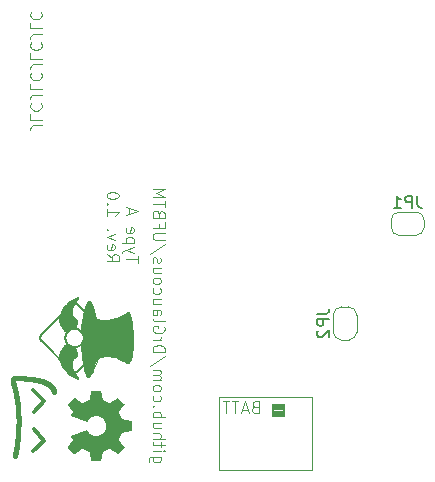
<source format=gbo>
G04 #@! TF.GenerationSoftware,KiCad,Pcbnew,9.0.2*
G04 #@! TF.CreationDate,2025-07-09T02:38:08-04:00*
G04 #@! TF.ProjectId,FBT,4642542e-6b69-4636-9164-5f7063625858,rev?*
G04 #@! TF.SameCoordinates,Original*
G04 #@! TF.FileFunction,Legend,Bot*
G04 #@! TF.FilePolarity,Positive*
%FSLAX46Y46*%
G04 Gerber Fmt 4.6, Leading zero omitted, Abs format (unit mm)*
G04 Created by KiCad (PCBNEW 9.0.2) date 2025-07-09 02:38:08*
%MOMM*%
%LPD*%
G01*
G04 APERTURE LIST*
%ADD10C,0.000000*%
%ADD11C,0.211666*%
%ADD12C,0.417912*%
%ADD13C,0.334821*%
%ADD14C,0.114152*%
%ADD15C,0.100000*%
%ADD16C,0.150000*%
%ADD17C,0.120000*%
G04 APERTURE END LIST*
D10*
G36*
X139021423Y-83188055D02*
G01*
X139023134Y-83188176D01*
X139024836Y-83188378D01*
X139026525Y-83188661D01*
X139028201Y-83189021D01*
X139029860Y-83189458D01*
X139031499Y-83189968D01*
X139033117Y-83190550D01*
X139034710Y-83191201D01*
X139036277Y-83191920D01*
X139037815Y-83192705D01*
X139039322Y-83193552D01*
X139040794Y-83194461D01*
X139042230Y-83195428D01*
X139043627Y-83196453D01*
X139044982Y-83197532D01*
X139046294Y-83198664D01*
X139047559Y-83199847D01*
X139048776Y-83201078D01*
X139049941Y-83202355D01*
X139051053Y-83203676D01*
X139052108Y-83205040D01*
X139053105Y-83206444D01*
X139054040Y-83207885D01*
X139054912Y-83209363D01*
X139055718Y-83210873D01*
X139056456Y-83212416D01*
X139057122Y-83213988D01*
X139057715Y-83215587D01*
X139058232Y-83217212D01*
X139058671Y-83218859D01*
X139059029Y-83220528D01*
X139058955Y-83220451D01*
X139195651Y-83955165D01*
X139195999Y-83956848D01*
X139196425Y-83958537D01*
X139196925Y-83960231D01*
X139197497Y-83961926D01*
X139198848Y-83965308D01*
X139200459Y-83968663D01*
X139202311Y-83971968D01*
X139204383Y-83975200D01*
X139206658Y-83978338D01*
X139209115Y-83981359D01*
X139211735Y-83984242D01*
X139214500Y-83986964D01*
X139217389Y-83989503D01*
X139220383Y-83991837D01*
X139223463Y-83993945D01*
X139226610Y-83995803D01*
X139229805Y-83997390D01*
X139231414Y-83998075D01*
X139233027Y-83998683D01*
X139758540Y-84223915D01*
X139761691Y-84225372D01*
X139765028Y-84226597D01*
X139768525Y-84227591D01*
X139772152Y-84228358D01*
X139775880Y-84228897D01*
X139779681Y-84229211D01*
X139783525Y-84229301D01*
X139787386Y-84229169D01*
X139791233Y-84228817D01*
X139795038Y-84228246D01*
X139798773Y-84227458D01*
X139802409Y-84226455D01*
X139805918Y-84225238D01*
X139809270Y-84223809D01*
X139812437Y-84222170D01*
X139815390Y-84220321D01*
X140439548Y-83792263D01*
X140440975Y-83791343D01*
X140442445Y-83790494D01*
X140443954Y-83789717D01*
X140445500Y-83789010D01*
X140447079Y-83788374D01*
X140448687Y-83787808D01*
X140450322Y-83787312D01*
X140451981Y-83786886D01*
X140455355Y-83786243D01*
X140458783Y-83785877D01*
X140462240Y-83785784D01*
X140465699Y-83785964D01*
X140469134Y-83786415D01*
X140472519Y-83787134D01*
X140475829Y-83788119D01*
X140477447Y-83788711D01*
X140479037Y-83789369D01*
X140480595Y-83790092D01*
X140482117Y-83790881D01*
X140483602Y-83791735D01*
X140485044Y-83792654D01*
X140486442Y-83793638D01*
X140487791Y-83794686D01*
X140489089Y-83795798D01*
X140490332Y-83796973D01*
X141025133Y-84331700D01*
X141026316Y-84332936D01*
X141027435Y-84334227D01*
X141028490Y-84335571D01*
X141029480Y-84336963D01*
X141030405Y-84338400D01*
X141031266Y-84339879D01*
X141032790Y-84342951D01*
X141034051Y-84346152D01*
X141035046Y-84349455D01*
X141035772Y-84352836D01*
X141036227Y-84356267D01*
X141036410Y-84359722D01*
X141036317Y-84363177D01*
X141035947Y-84366603D01*
X141035297Y-84369976D01*
X141034364Y-84373269D01*
X141033792Y-84374878D01*
X141033148Y-84376456D01*
X141032432Y-84378002D01*
X141031644Y-84379511D01*
X141030784Y-84380981D01*
X141029851Y-84382408D01*
X140594075Y-85017278D01*
X140592236Y-85020221D01*
X140590597Y-85023383D01*
X140589161Y-85026737D01*
X140587931Y-85030251D01*
X140586907Y-85033898D01*
X140586093Y-85037647D01*
X140585491Y-85041470D01*
X140585102Y-85045338D01*
X140584929Y-85049220D01*
X140584975Y-85053088D01*
X140585241Y-85056912D01*
X140585729Y-85060664D01*
X140586442Y-85064313D01*
X140587382Y-85067830D01*
X140588551Y-85071187D01*
X140589952Y-85074353D01*
X140798479Y-85583688D01*
X140799703Y-85586923D01*
X140801226Y-85590130D01*
X140803026Y-85593288D01*
X140805081Y-85596378D01*
X140807367Y-85599381D01*
X140809864Y-85602278D01*
X140812548Y-85605050D01*
X140815397Y-85607678D01*
X140818390Y-85610143D01*
X140821503Y-85612425D01*
X140824715Y-85614505D01*
X140828003Y-85616365D01*
X140831345Y-85617985D01*
X140834719Y-85619345D01*
X140838102Y-85620428D01*
X140841472Y-85621213D01*
X141601578Y-85762703D01*
X141603254Y-85763053D01*
X141604907Y-85763486D01*
X141606538Y-85763997D01*
X141608143Y-85764586D01*
X141609720Y-85765248D01*
X141611267Y-85765982D01*
X141612783Y-85766785D01*
X141614265Y-85767654D01*
X141615710Y-85768588D01*
X141617118Y-85769582D01*
X141619811Y-85771746D01*
X141622326Y-85774125D01*
X141624648Y-85776700D01*
X141626759Y-85779448D01*
X141628642Y-85782352D01*
X141630282Y-85785389D01*
X141631005Y-85786951D01*
X141631661Y-85788540D01*
X141632247Y-85790152D01*
X141632762Y-85791785D01*
X141633204Y-85793436D01*
X141633570Y-85795102D01*
X141633858Y-85796782D01*
X141634066Y-85798473D01*
X141634193Y-85800172D01*
X141634235Y-85801876D01*
X141634235Y-86558088D01*
X141634193Y-86559792D01*
X141634066Y-86561491D01*
X141633858Y-86563181D01*
X141633570Y-86564861D01*
X141633204Y-86566528D01*
X141632763Y-86568179D01*
X141632248Y-86569812D01*
X141631662Y-86571424D01*
X141631007Y-86573012D01*
X141630284Y-86574575D01*
X141629497Y-86576109D01*
X141628646Y-86577612D01*
X141627735Y-86579082D01*
X141626765Y-86580515D01*
X141625739Y-86581910D01*
X141624657Y-86583264D01*
X141623524Y-86584574D01*
X141622340Y-86585838D01*
X141621108Y-86587053D01*
X141619829Y-86588217D01*
X141618507Y-86589327D01*
X141617142Y-86590381D01*
X141615738Y-86591376D01*
X141614296Y-86592309D01*
X141612819Y-86593179D01*
X141611307Y-86593982D01*
X141609765Y-86594716D01*
X141608193Y-86595378D01*
X141606594Y-86595966D01*
X141604969Y-86596478D01*
X141603322Y-86596910D01*
X141601653Y-86597261D01*
X140841470Y-86738676D01*
X140839788Y-86739031D01*
X140838100Y-86739463D01*
X140834716Y-86740546D01*
X140831342Y-86741908D01*
X140828000Y-86743528D01*
X140824712Y-86745388D01*
X140821499Y-86747468D01*
X140818386Y-86749750D01*
X140815393Y-86752214D01*
X140812544Y-86754841D01*
X140809859Y-86757613D01*
X140807363Y-86760510D01*
X140805076Y-86763512D01*
X140803022Y-86766602D01*
X140801223Y-86769760D01*
X140800425Y-86771358D01*
X140799700Y-86772966D01*
X140799049Y-86774581D01*
X140798476Y-86776201D01*
X140589948Y-87285611D01*
X140588561Y-87288791D01*
X140587401Y-87292159D01*
X140586468Y-87295686D01*
X140585759Y-87299343D01*
X140585273Y-87303100D01*
X140585007Y-87306929D01*
X140584959Y-87310799D01*
X140585129Y-87314682D01*
X140585514Y-87318548D01*
X140586112Y-87322369D01*
X140586921Y-87326114D01*
X140587940Y-87329755D01*
X140589166Y-87333262D01*
X140590598Y-87336605D01*
X140592233Y-87339756D01*
X140594071Y-87342686D01*
X141029851Y-87977556D01*
X141030777Y-87978990D01*
X141031630Y-87980466D01*
X141032412Y-87981981D01*
X141033123Y-87983532D01*
X141033762Y-87985116D01*
X141034330Y-87986729D01*
X141034827Y-87988369D01*
X141035254Y-87990031D01*
X141035611Y-87991713D01*
X141035898Y-87993411D01*
X141036264Y-87996844D01*
X141036354Y-88000303D01*
X141036171Y-88003762D01*
X141035716Y-88007197D01*
X141034993Y-88010580D01*
X141034002Y-88013885D01*
X141033408Y-88015500D01*
X141032748Y-88017087D01*
X141032022Y-88018641D01*
X141031231Y-88020159D01*
X141030375Y-88021639D01*
X141029455Y-88023076D01*
X141028470Y-88024468D01*
X141027421Y-88025811D01*
X141026308Y-88027103D01*
X141025132Y-88028339D01*
X140490332Y-88563064D01*
X140489088Y-88564241D01*
X140487790Y-88565354D01*
X140486441Y-88566404D01*
X140485044Y-88567390D01*
X140483601Y-88568312D01*
X140482117Y-88569169D01*
X140479037Y-88570690D01*
X140475829Y-88571949D01*
X140472519Y-88572944D01*
X140469133Y-88573672D01*
X140465698Y-88574131D01*
X140462239Y-88574318D01*
X140458783Y-88574229D01*
X140455355Y-88573864D01*
X140451981Y-88573218D01*
X140448687Y-88572290D01*
X140447078Y-88571719D01*
X140445500Y-88571077D01*
X140443954Y-88570362D01*
X140442445Y-88569575D01*
X140440975Y-88568716D01*
X140439548Y-88567783D01*
X139815464Y-88139650D01*
X139812510Y-88137826D01*
X139809344Y-88136207D01*
X139805992Y-88134793D01*
X139802484Y-88133588D01*
X139798848Y-88132593D01*
X139795113Y-88131811D01*
X139791308Y-88131243D01*
X139787461Y-88130891D01*
X139783600Y-88130758D01*
X139779755Y-88130846D01*
X139775954Y-88131157D01*
X139772226Y-88131692D01*
X139768599Y-88132454D01*
X139765103Y-88133445D01*
X139761765Y-88134668D01*
X139758614Y-88136123D01*
X139233101Y-88361354D01*
X139229880Y-88362632D01*
X139226688Y-88364204D01*
X139223544Y-88366048D01*
X139220468Y-88368142D01*
X139217479Y-88370464D01*
X139214595Y-88372993D01*
X139211836Y-88375706D01*
X139209220Y-88378581D01*
X139206766Y-88381597D01*
X139204493Y-88384731D01*
X139202421Y-88387962D01*
X139200568Y-88391268D01*
X139198953Y-88394626D01*
X139197594Y-88398015D01*
X139196512Y-88401412D01*
X139195725Y-88404797D01*
X139059028Y-89139511D01*
X139058671Y-89141186D01*
X139058232Y-89142839D01*
X139057715Y-89144469D01*
X139057121Y-89146072D01*
X139056453Y-89147648D01*
X139055715Y-89149193D01*
X139054907Y-89150706D01*
X139054034Y-89152186D01*
X139053097Y-89153629D01*
X139052098Y-89155033D01*
X139049928Y-89157720D01*
X139047544Y-89160229D01*
X139044966Y-89162543D01*
X139042214Y-89164647D01*
X139039309Y-89166524D01*
X139036270Y-89168157D01*
X139034706Y-89168877D01*
X139033117Y-89169530D01*
X139031505Y-89170114D01*
X139029872Y-89170627D01*
X139028221Y-89171066D01*
X139026554Y-89171430D01*
X139024874Y-89171717D01*
X139023183Y-89171925D01*
X139021485Y-89172051D01*
X139019780Y-89172093D01*
X138263420Y-89172093D01*
X138261709Y-89172050D01*
X138260003Y-89171924D01*
X138258307Y-89171716D01*
X138256621Y-89171427D01*
X138254949Y-89171062D01*
X138253294Y-89170620D01*
X138251656Y-89170106D01*
X138250040Y-89169520D01*
X138248448Y-89168864D01*
X138246882Y-89168142D01*
X138245345Y-89167354D01*
X138243839Y-89166504D01*
X138242367Y-89165593D01*
X138240931Y-89164623D01*
X138239534Y-89163596D01*
X138238178Y-89162515D01*
X138236866Y-89161381D01*
X138235601Y-89160197D01*
X138234384Y-89158965D01*
X138233219Y-89157687D01*
X138232108Y-89156365D01*
X138231054Y-89155000D01*
X138230058Y-89153596D01*
X138229124Y-89152154D01*
X138228254Y-89150676D01*
X138227451Y-89149165D01*
X138226717Y-89147623D01*
X138226054Y-89146051D01*
X138225466Y-89144451D01*
X138224954Y-89142827D01*
X138224522Y-89141179D01*
X138224171Y-89139511D01*
X138090770Y-88422849D01*
X138090428Y-88421167D01*
X138090007Y-88419481D01*
X138089510Y-88417793D01*
X138088940Y-88416105D01*
X138087587Y-88412744D01*
X138085969Y-88409418D01*
X138084105Y-88406151D01*
X138082017Y-88402963D01*
X138079722Y-88399877D01*
X138077242Y-88396915D01*
X138074596Y-88394099D01*
X138071803Y-88391450D01*
X138068885Y-88388991D01*
X138065860Y-88386743D01*
X138062749Y-88384728D01*
X138059571Y-88382969D01*
X138057964Y-88382192D01*
X138056347Y-88381487D01*
X138054723Y-88380856D01*
X138053095Y-88380304D01*
X137494026Y-88156568D01*
X137490846Y-88155182D01*
X137487478Y-88154025D01*
X137483951Y-88153095D01*
X137480295Y-88152391D01*
X137476537Y-88151910D01*
X137472709Y-88151651D01*
X137468839Y-88151610D01*
X137464955Y-88151787D01*
X137461089Y-88152179D01*
X137457269Y-88152783D01*
X137453523Y-88153599D01*
X137449883Y-88154623D01*
X137446376Y-88155854D01*
X137443032Y-88157289D01*
X137439880Y-88158927D01*
X137436951Y-88160766D01*
X136843577Y-88567859D01*
X136842144Y-88568785D01*
X136840667Y-88569638D01*
X136839152Y-88570420D01*
X136837601Y-88571131D01*
X136836017Y-88571770D01*
X136834404Y-88572338D01*
X136832764Y-88572835D01*
X136831101Y-88573262D01*
X136829419Y-88573619D01*
X136827720Y-88573906D01*
X136824286Y-88574272D01*
X136820824Y-88574362D01*
X136817361Y-88574179D01*
X136813923Y-88573724D01*
X136810535Y-88573000D01*
X136807224Y-88572010D01*
X136805605Y-88571415D01*
X136804015Y-88570755D01*
X136802456Y-88570030D01*
X136800934Y-88569239D01*
X136799449Y-88568383D01*
X136798007Y-88567462D01*
X136796609Y-88566478D01*
X136795260Y-88565429D01*
X136793962Y-88564316D01*
X136792718Y-88563140D01*
X136257910Y-88028339D01*
X136256733Y-88027103D01*
X136255620Y-88025811D01*
X136254571Y-88024468D01*
X136253585Y-88023076D01*
X136252665Y-88021638D01*
X136251808Y-88020159D01*
X136250291Y-88017086D01*
X136249037Y-88013885D01*
X136248046Y-88010579D01*
X136247323Y-88007196D01*
X136246868Y-88003762D01*
X136246685Y-88000303D01*
X136246776Y-87996843D01*
X136247142Y-87993411D01*
X136247786Y-87990031D01*
X136248711Y-87986729D01*
X136249280Y-87985116D01*
X136249919Y-87983532D01*
X136250629Y-87981981D01*
X136251411Y-87980466D01*
X136252265Y-87978990D01*
X136253191Y-87977556D01*
X136653236Y-87394818D01*
X136655064Y-87391881D01*
X136656667Y-87388736D01*
X136658044Y-87385412D01*
X136659194Y-87381937D01*
X136660118Y-87378340D01*
X136660815Y-87374650D01*
X136661284Y-87370895D01*
X136661525Y-87367104D01*
X136661538Y-87363307D01*
X136661322Y-87359531D01*
X136660877Y-87355805D01*
X136660202Y-87352159D01*
X136659297Y-87348621D01*
X136658162Y-87345219D01*
X136656796Y-87341983D01*
X136655199Y-87338941D01*
X136517982Y-87081952D01*
X136517240Y-87080421D01*
X136516588Y-87078876D01*
X136516024Y-87077320D01*
X136515548Y-87075756D01*
X136515158Y-87074187D01*
X136514853Y-87072615D01*
X136514633Y-87071043D01*
X136514495Y-87069474D01*
X136514440Y-87067911D01*
X136514466Y-87066356D01*
X136514572Y-87064811D01*
X136514757Y-87063281D01*
X136515021Y-87061766D01*
X136515361Y-87060271D01*
X136515777Y-87058797D01*
X136516269Y-87057348D01*
X136516834Y-87055926D01*
X136517472Y-87054534D01*
X136518182Y-87053175D01*
X136518963Y-87051851D01*
X136519814Y-87050565D01*
X136520733Y-87049320D01*
X136521721Y-87048118D01*
X136522775Y-87046963D01*
X136523895Y-87045856D01*
X136525079Y-87044801D01*
X136526328Y-87043800D01*
X136527638Y-87042857D01*
X136529011Y-87041973D01*
X136530444Y-87041151D01*
X136531937Y-87040395D01*
X136533488Y-87039707D01*
X137814163Y-86509776D01*
X137815756Y-86509163D01*
X137817373Y-86508631D01*
X137819011Y-86508179D01*
X137820667Y-86507806D01*
X137822339Y-86507510D01*
X137824022Y-86507291D01*
X137825714Y-86507148D01*
X137827412Y-86507079D01*
X137829113Y-86507085D01*
X137830814Y-86507163D01*
X137832512Y-86507314D01*
X137834203Y-86507535D01*
X137835885Y-86507826D01*
X137837555Y-86508187D01*
X137839209Y-86508615D01*
X137840845Y-86509110D01*
X137842459Y-86509671D01*
X137844049Y-86510298D01*
X137845611Y-86510988D01*
X137847142Y-86511742D01*
X137848640Y-86512558D01*
X137850101Y-86513434D01*
X137851523Y-86514372D01*
X137852901Y-86515368D01*
X137854234Y-86516423D01*
X137855518Y-86517535D01*
X137856750Y-86518703D01*
X137857927Y-86519926D01*
X137859046Y-86521204D01*
X137860104Y-86522535D01*
X137861098Y-86523919D01*
X137862024Y-86525354D01*
X137901422Y-86589695D01*
X137904377Y-86594343D01*
X137907743Y-86599294D01*
X137911451Y-86604460D01*
X137915428Y-86609750D01*
X137919601Y-86615075D01*
X137923899Y-86620346D01*
X137928249Y-86625473D01*
X137932580Y-86630367D01*
X137961730Y-86672941D01*
X137993378Y-86713574D01*
X138027415Y-86752154D01*
X138063730Y-86788569D01*
X138102214Y-86822709D01*
X138142757Y-86854463D01*
X138185247Y-86883720D01*
X138229576Y-86910369D01*
X138275634Y-86934299D01*
X138323309Y-86955398D01*
X138372493Y-86973555D01*
X138423075Y-86988661D01*
X138474945Y-87000602D01*
X138527993Y-87009270D01*
X138582110Y-87014552D01*
X138637184Y-87016337D01*
X138680231Y-87015249D01*
X138722713Y-87012019D01*
X138764577Y-87006701D01*
X138805771Y-86999346D01*
X138846242Y-86990007D01*
X138885937Y-86978738D01*
X138924805Y-86965589D01*
X138962792Y-86950615D01*
X138999846Y-86933867D01*
X139035915Y-86915398D01*
X139070945Y-86895261D01*
X139104885Y-86873508D01*
X139137681Y-86850192D01*
X139169282Y-86825365D01*
X139199634Y-86799079D01*
X139228685Y-86771389D01*
X139256383Y-86742345D01*
X139282674Y-86712000D01*
X139307507Y-86680408D01*
X139330829Y-86647620D01*
X139352587Y-86613689D01*
X139372729Y-86578668D01*
X139391202Y-86542610D01*
X139407954Y-86505566D01*
X139422931Y-86467590D01*
X139436082Y-86428733D01*
X139447355Y-86389049D01*
X139456695Y-86348590D01*
X139464051Y-86307409D01*
X139469371Y-86265558D01*
X139472601Y-86223089D01*
X139473690Y-86180056D01*
X139472601Y-86137023D01*
X139469371Y-86094554D01*
X139464051Y-86052703D01*
X139456695Y-86011522D01*
X139447355Y-85971063D01*
X139436082Y-85931379D01*
X139422931Y-85892522D01*
X139407954Y-85854546D01*
X139391202Y-85817502D01*
X139372729Y-85781443D01*
X139352587Y-85746422D01*
X139330829Y-85712492D01*
X139307507Y-85679704D01*
X139282674Y-85648111D01*
X139256383Y-85617767D01*
X139228685Y-85588723D01*
X139199634Y-85561032D01*
X139169282Y-85534747D01*
X139137681Y-85509920D01*
X139104885Y-85486603D01*
X139070945Y-85464850D01*
X139035915Y-85444713D01*
X138999846Y-85426244D01*
X138962792Y-85409496D01*
X138924805Y-85394522D01*
X138885937Y-85381374D01*
X138846242Y-85370104D01*
X138805771Y-85360766D01*
X138764577Y-85353411D01*
X138722713Y-85348092D01*
X138680231Y-85344863D01*
X138637184Y-85343775D01*
X138609534Y-85344223D01*
X138582110Y-85345560D01*
X138554925Y-85347771D01*
X138527993Y-85350842D01*
X138501329Y-85354759D01*
X138474945Y-85359509D01*
X138448856Y-85365078D01*
X138423075Y-85371451D01*
X138397616Y-85378615D01*
X138372493Y-85386556D01*
X138347720Y-85395260D01*
X138323309Y-85404714D01*
X138299276Y-85414903D01*
X138275634Y-85425813D01*
X138229576Y-85449742D01*
X138185247Y-85476391D01*
X138142757Y-85505648D01*
X138102214Y-85537402D01*
X138063730Y-85571542D01*
X138027415Y-85607958D01*
X137993378Y-85646537D01*
X137961730Y-85687170D01*
X137932580Y-85729745D01*
X137928272Y-85734617D01*
X137923932Y-85739732D01*
X137919636Y-85744999D01*
X137915459Y-85750324D01*
X137911474Y-85755614D01*
X137907757Y-85760775D01*
X137904381Y-85765716D01*
X137901422Y-85770342D01*
X137862024Y-85834682D01*
X137861098Y-85836111D01*
X137860104Y-85837489D01*
X137859047Y-85838815D01*
X137857928Y-85840089D01*
X137856751Y-85841309D01*
X137855519Y-85842474D01*
X137852903Y-85844637D01*
X137850103Y-85846569D01*
X137847144Y-85848262D01*
X137844051Y-85849709D01*
X137840846Y-85850899D01*
X137837556Y-85851827D01*
X137834205Y-85852483D01*
X137830815Y-85852859D01*
X137827413Y-85852948D01*
X137824023Y-85852740D01*
X137822339Y-85852523D01*
X137820668Y-85852229D01*
X137819011Y-85851856D01*
X137817373Y-85851405D01*
X137815755Y-85850873D01*
X137814162Y-85850260D01*
X136533416Y-85320404D01*
X136531864Y-85319716D01*
X136530372Y-85318961D01*
X136528940Y-85318141D01*
X136527570Y-85317258D01*
X136526261Y-85316316D01*
X136525016Y-85315318D01*
X136523836Y-85314265D01*
X136522720Y-85313161D01*
X136521670Y-85312007D01*
X136520687Y-85310808D01*
X136519772Y-85309565D01*
X136518926Y-85308282D01*
X136518150Y-85306960D01*
X136517444Y-85305603D01*
X136516810Y-85304213D01*
X136516249Y-85302793D01*
X136515761Y-85301345D01*
X136515348Y-85299873D01*
X136515010Y-85298379D01*
X136514749Y-85296865D01*
X136514564Y-85295334D01*
X136514459Y-85293790D01*
X136514432Y-85292234D01*
X136514485Y-85290669D01*
X136514619Y-85289098D01*
X136514836Y-85287524D01*
X136515135Y-85285950D01*
X136515518Y-85284377D01*
X136515987Y-85282809D01*
X136516540Y-85281248D01*
X136517181Y-85279697D01*
X136517909Y-85278159D01*
X136655129Y-85021170D01*
X136656739Y-85018115D01*
X136658116Y-85014867D01*
X136659260Y-85011456D01*
X136660173Y-85007910D01*
X136660855Y-85004258D01*
X136661306Y-85000528D01*
X136661527Y-84996750D01*
X136661518Y-84992951D01*
X136661281Y-84989161D01*
X136660814Y-84985409D01*
X136660120Y-84981723D01*
X136659199Y-84978132D01*
X136658051Y-84974665D01*
X136656676Y-84971350D01*
X136655075Y-84968216D01*
X136653250Y-84965293D01*
X136253199Y-84382551D01*
X136252280Y-84381118D01*
X136251433Y-84379642D01*
X136250657Y-84378127D01*
X136249952Y-84376576D01*
X136249318Y-84374992D01*
X136248754Y-84373379D01*
X136248261Y-84371740D01*
X136247838Y-84370078D01*
X136247200Y-84366700D01*
X136246838Y-84363269D01*
X136246751Y-84359812D01*
X136246935Y-84356355D01*
X136247389Y-84352925D01*
X136248110Y-84349547D01*
X136249096Y-84346248D01*
X136249688Y-84344636D01*
X136250345Y-84343053D01*
X136251067Y-84341503D01*
X136251854Y-84339989D01*
X136252705Y-84338515D01*
X136253620Y-84337083D01*
X136254600Y-84335696D01*
X136255643Y-84334359D01*
X136256749Y-84333073D01*
X136257918Y-84331844D01*
X136792718Y-83797036D01*
X136793962Y-83795854D01*
X136795260Y-83794736D01*
X136796609Y-83793682D01*
X136798007Y-83792692D01*
X136799449Y-83791767D01*
X136800934Y-83790907D01*
X136804015Y-83789384D01*
X136807224Y-83788124D01*
X136810535Y-83787130D01*
X136813923Y-83786404D01*
X136817361Y-83785948D01*
X136820824Y-83785766D01*
X136824286Y-83785859D01*
X136827720Y-83786229D01*
X136831101Y-83786879D01*
X136834403Y-83787812D01*
X136836017Y-83788384D01*
X136837601Y-83789028D01*
X136839152Y-83789744D01*
X136840667Y-83790532D01*
X136842143Y-83791392D01*
X136843577Y-83792325D01*
X137436876Y-84199419D01*
X137439818Y-84201244D01*
X137442978Y-84202871D01*
X137446328Y-84204296D01*
X137449838Y-84205519D01*
X137453481Y-84206538D01*
X137457226Y-84207349D01*
X137461045Y-84207951D01*
X137464908Y-84208343D01*
X137468787Y-84208520D01*
X137472654Y-84208483D01*
X137476478Y-84208228D01*
X137480231Y-84207754D01*
X137483883Y-84207057D01*
X137487407Y-84206137D01*
X137490773Y-84204991D01*
X137493951Y-84203617D01*
X138053021Y-83979885D01*
X138056271Y-83978691D01*
X138059493Y-83977202D01*
X138062668Y-83975440D01*
X138065775Y-83973426D01*
X138068795Y-83971182D01*
X138071709Y-83968727D01*
X138074496Y-83966084D01*
X138077139Y-83963275D01*
X138079616Y-83960319D01*
X138081909Y-83957240D01*
X138083997Y-83954057D01*
X138085862Y-83950792D01*
X138087484Y-83947467D01*
X138088844Y-83944102D01*
X138089921Y-83940720D01*
X138090347Y-83939028D01*
X138090696Y-83937340D01*
X138224097Y-83220677D01*
X138224442Y-83219009D01*
X138224869Y-83217361D01*
X138225376Y-83215737D01*
X138225962Y-83214138D01*
X138226622Y-83212566D01*
X138227355Y-83211024D01*
X138228158Y-83209512D01*
X138229029Y-83208035D01*
X138229964Y-83206593D01*
X138230961Y-83205189D01*
X138233131Y-83202502D01*
X138235519Y-83199991D01*
X138238103Y-83197674D01*
X138240863Y-83195566D01*
X138243777Y-83193685D01*
X138246825Y-83192047D01*
X138249987Y-83190669D01*
X138251603Y-83190083D01*
X138253240Y-83189568D01*
X138254895Y-83189127D01*
X138256565Y-83188761D01*
X138258248Y-83188473D01*
X138259940Y-83188265D01*
X138261640Y-83188138D01*
X138263345Y-83188095D01*
X139019706Y-83188020D01*
X139021423Y-83188055D01*
G37*
D11*
X136826724Y-75803297D02*
X136846481Y-75804713D01*
X136866166Y-75807074D01*
X136885740Y-75810378D01*
X136905168Y-75814627D01*
X136924412Y-75819820D01*
X136943437Y-75825958D01*
X136962204Y-75833039D01*
X136980679Y-75841065D01*
X136998823Y-75850035D01*
X137016601Y-75859949D01*
X137033976Y-75870807D01*
X137050910Y-75882610D01*
X137067368Y-75895357D01*
X137083312Y-75909048D01*
X137098707Y-75923683D01*
X139592592Y-78417567D01*
X139607227Y-78432962D01*
X139620918Y-78448906D01*
X139633664Y-78465364D01*
X139645467Y-78482298D01*
X139656325Y-78499673D01*
X139666239Y-78517450D01*
X139675209Y-78535595D01*
X139683235Y-78554069D01*
X139690317Y-78572837D01*
X139696454Y-78591861D01*
X139701647Y-78611106D01*
X139705896Y-78630533D01*
X139709201Y-78650108D01*
X139711561Y-78669792D01*
X139712978Y-78689550D01*
X139713450Y-78709344D01*
X139712978Y-78729139D01*
X139711561Y-78748896D01*
X139709201Y-78768581D01*
X139705896Y-78788155D01*
X139701647Y-78807583D01*
X139696454Y-78826827D01*
X139690317Y-78845851D01*
X139683235Y-78864619D01*
X139675209Y-78883094D01*
X139666239Y-78901238D01*
X139656325Y-78919016D01*
X139645467Y-78936390D01*
X139633664Y-78953325D01*
X139620918Y-78969782D01*
X139607227Y-78985727D01*
X139592592Y-79001121D01*
X137098707Y-81495006D01*
X137083312Y-81509641D01*
X137067368Y-81523332D01*
X137050910Y-81536079D01*
X137033976Y-81547882D01*
X137016601Y-81558740D01*
X136998823Y-81568654D01*
X136980679Y-81577624D01*
X136962204Y-81585650D01*
X136943437Y-81592731D01*
X136924412Y-81598869D01*
X136905168Y-81604062D01*
X136885740Y-81608311D01*
X136866166Y-81611616D01*
X136846481Y-81613976D01*
X136826724Y-81615392D01*
X136806929Y-81615865D01*
X136787135Y-81615392D01*
X136767377Y-81613976D01*
X136747693Y-81611616D01*
X136728118Y-81608311D01*
X136708691Y-81604062D01*
X136689446Y-81598869D01*
X136670422Y-81592731D01*
X136651654Y-81585650D01*
X136633180Y-81577624D01*
X136615035Y-81568654D01*
X136597258Y-81558740D01*
X136579883Y-81547882D01*
X136562949Y-81536079D01*
X136546491Y-81523332D01*
X136530546Y-81509641D01*
X136515152Y-81495006D01*
X134021267Y-79001121D01*
X134006632Y-78985727D01*
X133992941Y-78969782D01*
X133980194Y-78953325D01*
X133968391Y-78936390D01*
X133957533Y-78919016D01*
X133947619Y-78901238D01*
X133938649Y-78883094D01*
X133930623Y-78864619D01*
X133923542Y-78845851D01*
X133917404Y-78826827D01*
X133912211Y-78807583D01*
X133907962Y-78788155D01*
X133904658Y-78768581D01*
X133902297Y-78748896D01*
X133900881Y-78729139D01*
X133900409Y-78709344D01*
X133900881Y-78689550D01*
X133902297Y-78669792D01*
X133904658Y-78650108D01*
X133907962Y-78630533D01*
X133912211Y-78611106D01*
X133917404Y-78591861D01*
X133923542Y-78572837D01*
X133930623Y-78554069D01*
X133938649Y-78535595D01*
X133947619Y-78517450D01*
X133957533Y-78499673D01*
X133968391Y-78482298D01*
X133980194Y-78465364D01*
X133992941Y-78448906D01*
X134006632Y-78432962D01*
X134021267Y-78417567D01*
X136515152Y-75923683D01*
X136530546Y-75909048D01*
X136546491Y-75895357D01*
X136562949Y-75882610D01*
X136579883Y-75870807D01*
X136597258Y-75859949D01*
X136615035Y-75850035D01*
X136633180Y-75841065D01*
X136651654Y-75833039D01*
X136670422Y-75825958D01*
X136689446Y-75819820D01*
X136708691Y-75814627D01*
X136728118Y-75810378D01*
X136747693Y-75807074D01*
X136767377Y-75804713D01*
X136787135Y-75803297D01*
X136806929Y-75802825D01*
X136826724Y-75803297D01*
D12*
X131631268Y-82628681D02*
X131629269Y-82622164D01*
X131627305Y-82615689D01*
X131625406Y-82609360D01*
X131623541Y-82603072D01*
X131621737Y-82596923D01*
X131619966Y-82590814D01*
X131618255Y-82584837D01*
X131616576Y-82578900D01*
X131614954Y-82573089D01*
X131613363Y-82567316D01*
X131611827Y-82561665D01*
X131610321Y-82556050D01*
X131608867Y-82550552D01*
X131607444Y-82545090D01*
X131606071Y-82539739D01*
X131604727Y-82534423D01*
X131603431Y-82529214D01*
X131602165Y-82524040D01*
X131600944Y-82518968D01*
X131599752Y-82513929D01*
X131598605Y-82508990D01*
X131597485Y-82504083D01*
X131596408Y-82499271D01*
X131595358Y-82494491D01*
X131594349Y-82489803D01*
X131593368Y-82485145D01*
X131592426Y-82480577D01*
X131591510Y-82476038D01*
X131590632Y-82471585D01*
X131589781Y-82467161D01*
X131588966Y-82462820D01*
X131588176Y-82458507D01*
X131587422Y-82454274D01*
X131586693Y-82450069D01*
X131585998Y-82445941D01*
X131585328Y-82441841D01*
X131584690Y-82437815D01*
X131584078Y-82433816D01*
X131583496Y-82429889D01*
X131582939Y-82425988D01*
X131582411Y-82422156D01*
X131581908Y-82418351D01*
X131581434Y-82414613D01*
X131580983Y-82410899D01*
X131580561Y-82407252D01*
X131580161Y-82403628D01*
X131579789Y-82400068D01*
X131579440Y-82396532D01*
X131579116Y-82393058D01*
X131578816Y-82389606D01*
X131578540Y-82386215D01*
X131578286Y-82382846D01*
X131578057Y-82379535D01*
X131577850Y-82376246D01*
X131577666Y-82373013D01*
X131577504Y-82369802D01*
X131577364Y-82366646D01*
X131577246Y-82363510D01*
X131577150Y-82360428D01*
X131577074Y-82357367D01*
X131577020Y-82354356D01*
X131576986Y-82351366D01*
X131576973Y-82348426D01*
X131576980Y-82345506D01*
X131577007Y-82342634D01*
X131577053Y-82339782D01*
X131577120Y-82336976D01*
X131577205Y-82334190D01*
X131577310Y-82331449D01*
X131577434Y-82328728D01*
X131577576Y-82326050D01*
X131577737Y-82323390D01*
X131577915Y-82320774D01*
X131578113Y-82318175D01*
X131578327Y-82315618D01*
X131578560Y-82313079D01*
X131578810Y-82310580D01*
X131579078Y-82308099D01*
X131579362Y-82305656D01*
X131579664Y-82303231D01*
X131579981Y-82300844D01*
X131580317Y-82298474D01*
X131580668Y-82296140D01*
X131581036Y-82293823D01*
X131581419Y-82291541D01*
X131581820Y-82289276D01*
X131582235Y-82287045D01*
X131582668Y-82284831D01*
X131583114Y-82282649D01*
X131583578Y-82280484D01*
X131584055Y-82278351D01*
X131584549Y-82276234D01*
X131585056Y-82274147D01*
X131585581Y-82272077D01*
X131586118Y-82270036D01*
X131586672Y-82268011D01*
X131587239Y-82266016D01*
X131587823Y-82264035D01*
X131588419Y-82262082D01*
X131589031Y-82260145D01*
X131589656Y-82258235D01*
X131590297Y-82256339D01*
X131590951Y-82254470D01*
X131591620Y-82252616D01*
X131592302Y-82250787D01*
X131592999Y-82248973D01*
X131593709Y-82247183D01*
X131594434Y-82245407D01*
X131595172Y-82243656D01*
X131595925Y-82241918D01*
X131596690Y-82240204D01*
X131597470Y-82238503D01*
X131598263Y-82236825D01*
X131599071Y-82235161D01*
X131599891Y-82233518D01*
X131600727Y-82231889D01*
X131601574Y-82230281D01*
X131602437Y-82228686D01*
X131603312Y-82227111D01*
X131604202Y-82225550D01*
X131605104Y-82224009D01*
X131606022Y-82222480D01*
X131606952Y-82220971D01*
X131607897Y-82219474D01*
X131608854Y-82217996D01*
X131609827Y-82216531D01*
X131610812Y-82215083D01*
X131611812Y-82213649D01*
X131612825Y-82212232D01*
X131613853Y-82210827D01*
X131614895Y-82209439D01*
X131615951Y-82208064D01*
X131617021Y-82206705D01*
X131618105Y-82205358D01*
X131619204Y-82204027D01*
X131620317Y-82202709D01*
X131621444Y-82201406D01*
X131622587Y-82200115D01*
X131623744Y-82198839D01*
X131624916Y-82197576D01*
X131626102Y-82196326D01*
X131627304Y-82195090D01*
X131628520Y-82193866D01*
X131629752Y-82192656D01*
X131631000Y-82191459D01*
X131632263Y-82190274D01*
X131634835Y-82187944D01*
X131637472Y-82185664D01*
X131640173Y-82183434D01*
X131642940Y-82181253D01*
X131645774Y-82179122D01*
X131648677Y-82177039D01*
X131651650Y-82175004D01*
X131654695Y-82173018D01*
X131657813Y-82171079D01*
X131661006Y-82169188D01*
X131664275Y-82167346D01*
X131667623Y-82165551D01*
X131671051Y-82163804D01*
X131674561Y-82162106D01*
X131678154Y-82160456D01*
X131681834Y-82158854D01*
X131685602Y-82157302D01*
X131689460Y-82155800D01*
X131693410Y-82154348D01*
X131697455Y-82152947D01*
X131701597Y-82151597D01*
X131705838Y-82150299D01*
X131710181Y-82149053D01*
X131714628Y-82147862D01*
X131719182Y-82146725D01*
X131723845Y-82145644D01*
X131728620Y-82144619D01*
X131733510Y-82143651D01*
X131738517Y-82142742D01*
X131743645Y-82141893D01*
X131748896Y-82141105D01*
X131754273Y-82140379D01*
X131759779Y-82139717D01*
X131765418Y-82139120D01*
X131771193Y-82138589D01*
X131777106Y-82138126D01*
X131783161Y-82137732D01*
X131789362Y-82137410D01*
X131795713Y-82137160D01*
X131802215Y-82136985D01*
X131808874Y-82136885D01*
X131815693Y-82136864D01*
X131822676Y-82136923D01*
X131827932Y-82137018D01*
D13*
X133278334Y-88331954D02*
X134237073Y-87422380D01*
D12*
X131754183Y-88725283D02*
X131756355Y-88715984D01*
X131758986Y-88704482D01*
X131762575Y-88688520D01*
X131764710Y-88678891D01*
X131767064Y-88668178D01*
X131769629Y-88656389D01*
X131772399Y-88643537D01*
X131775366Y-88629630D01*
X131778524Y-88614678D01*
X131781865Y-88598693D01*
X131785383Y-88581683D01*
X131789072Y-88563659D01*
X131792922Y-88544631D01*
X131796929Y-88524610D01*
X131801085Y-88503605D01*
X131805383Y-88481627D01*
X131809817Y-88458685D01*
X131814378Y-88434790D01*
X131819061Y-88409952D01*
X131823858Y-88384180D01*
X131828763Y-88357486D01*
X131833768Y-88329879D01*
X131838866Y-88301369D01*
X131844052Y-88271967D01*
X131849317Y-88241682D01*
X131854655Y-88210525D01*
X131857349Y-88194622D01*
X131860058Y-88178505D01*
X131862783Y-88162176D01*
X131865521Y-88145634D01*
X131868272Y-88128882D01*
X131871036Y-88111920D01*
X131873810Y-88094751D01*
X131876595Y-88077375D01*
X131879390Y-88059793D01*
X131882193Y-88042008D01*
X131885004Y-88024019D01*
X131887822Y-88005829D01*
X131890646Y-87987438D01*
X131893475Y-87968849D01*
X131896309Y-87950061D01*
X131899146Y-87931077D01*
X131901986Y-87911897D01*
X131904827Y-87892524D01*
X131907669Y-87872957D01*
X131910512Y-87853199D01*
X131913353Y-87833251D01*
X131916193Y-87813114D01*
X131919030Y-87792789D01*
X131921863Y-87772278D01*
X131924693Y-87751581D01*
X131927517Y-87730701D01*
X131930335Y-87709637D01*
X131933146Y-87688393D01*
X131935949Y-87666968D01*
X131938744Y-87645364D01*
X131941529Y-87623583D01*
X131944304Y-87601625D01*
X131947067Y-87579492D01*
X131949819Y-87557186D01*
X131952557Y-87534707D01*
X131955281Y-87512056D01*
X131957991Y-87489236D01*
X131960685Y-87466247D01*
X131963363Y-87443090D01*
X131966023Y-87419767D01*
X131968666Y-87396279D01*
X131971289Y-87372627D01*
X131973892Y-87348813D01*
X131976474Y-87324837D01*
X131979035Y-87300702D01*
X131981573Y-87276408D01*
X131984088Y-87251957D01*
X131986579Y-87227349D01*
X131989044Y-87202587D01*
X131991484Y-87177671D01*
X131993897Y-87152603D01*
X131996281Y-87127384D01*
X131998638Y-87102015D01*
X132000965Y-87076497D01*
X132003261Y-87050832D01*
X132005527Y-87025021D01*
X132007760Y-86999065D01*
X132009960Y-86972966D01*
X132012127Y-86946725D01*
X132014259Y-86920343D01*
X132016355Y-86893820D01*
X132018415Y-86867160D01*
X132020438Y-86840362D01*
X132022423Y-86813429D01*
X132024369Y-86786361D01*
X132026275Y-86759159D01*
X132028140Y-86731826D01*
X132029963Y-86704361D01*
X132031744Y-86676767D01*
X132033482Y-86649045D01*
X132035176Y-86621195D01*
X132036824Y-86593220D01*
X132038427Y-86565121D01*
X132039983Y-86536898D01*
X132041491Y-86508553D01*
X132042951Y-86480087D01*
X132044361Y-86451502D01*
X132045721Y-86422799D01*
X132047030Y-86393979D01*
X132048287Y-86365043D01*
X132049491Y-86335993D01*
X132050642Y-86306829D01*
X132051738Y-86277554D01*
X132052778Y-86248168D01*
X132053762Y-86218673D01*
X132054689Y-86189070D01*
X132055558Y-86159359D01*
X132056368Y-86129544D01*
X132057118Y-86099624D01*
X132057808Y-86069601D01*
X132058436Y-86039476D01*
X132059001Y-86009251D01*
X132059504Y-85978927D01*
X132059942Y-85948504D01*
X132060315Y-85917985D01*
X132060623Y-85887371D01*
X132060864Y-85856662D01*
X132061037Y-85825860D01*
X132061142Y-85794967D01*
X132061177Y-85763984D01*
X132061142Y-85732911D01*
X132061037Y-85701750D01*
X132060859Y-85670503D01*
X132060609Y-85639171D01*
X132060284Y-85607754D01*
X132059886Y-85576255D01*
X132059412Y-85544674D01*
X132058862Y-85513013D01*
X132058234Y-85481273D01*
X132057529Y-85449455D01*
X132056745Y-85417561D01*
X132055881Y-85385592D01*
X132054937Y-85353548D01*
X132053911Y-85321432D01*
X132053367Y-85305348D01*
X132052803Y-85289245D01*
X132052218Y-85273125D01*
X132051612Y-85256987D01*
X132050985Y-85240833D01*
X132050336Y-85224661D01*
X132049667Y-85208472D01*
X132048976Y-85192267D01*
X132048264Y-85176045D01*
X132047530Y-85159806D01*
X132046775Y-85143552D01*
X132045998Y-85127281D01*
X132045199Y-85110994D01*
X132044378Y-85094692D01*
X132043534Y-85078373D01*
X132042669Y-85062040D01*
X132041781Y-85045691D01*
X132040871Y-85029327D01*
X132039939Y-85012947D01*
X132038984Y-84996553D01*
X132038006Y-84980145D01*
X132037005Y-84963721D01*
X132035981Y-84947284D01*
X132034934Y-84930832D01*
X132033864Y-84914366D01*
X132032771Y-84897886D01*
X132031654Y-84881393D01*
X132030514Y-84864886D01*
X132029350Y-84848365D01*
X132028163Y-84831831D01*
X132026951Y-84815284D01*
X132025716Y-84798724D01*
X132024457Y-84782152D01*
X132023173Y-84765567D01*
X132021866Y-84748969D01*
X132020534Y-84732359D01*
X132019177Y-84715736D01*
X132017796Y-84699102D01*
X132016390Y-84682456D01*
X132014959Y-84665798D01*
X132013504Y-84649129D01*
X132012023Y-84632448D01*
X132010518Y-84615756D01*
X132008987Y-84599053D01*
X132007430Y-84582339D01*
X132005849Y-84565615D01*
X132004241Y-84548880D01*
X132002609Y-84532134D01*
X132000950Y-84515378D01*
X131999265Y-84498612D01*
X131997555Y-84481836D01*
X131995818Y-84465051D01*
X131994055Y-84448255D01*
X131992266Y-84431450D01*
X131990450Y-84414636D01*
X131988608Y-84397813D01*
X131986739Y-84380981D01*
X131984844Y-84364140D01*
X131982922Y-84347290D01*
X131980972Y-84330431D01*
X131978996Y-84313565D01*
X131976992Y-84296690D01*
X131974961Y-84279807D01*
X131972903Y-84262916D01*
X131970817Y-84246017D01*
X131968704Y-84229111D01*
X131966563Y-84212198D01*
X131964394Y-84195277D01*
X131962197Y-84178349D01*
X131959972Y-84161414D01*
X131957719Y-84144472D01*
X131955437Y-84127524D01*
X131953127Y-84110569D01*
X131950789Y-84093608D01*
X131948422Y-84076641D01*
X131946027Y-84059667D01*
X131943602Y-84042688D01*
X131941149Y-84025704D01*
X131938667Y-84008713D01*
X131936156Y-83991718D01*
X131933615Y-83974717D01*
X131931045Y-83957711D01*
X131928446Y-83940700D01*
X131925816Y-83923684D01*
X131923158Y-83906664D01*
X131920469Y-83889640D01*
X131917751Y-83872611D01*
X131915003Y-83855578D01*
X131912224Y-83838541D01*
X131909416Y-83821501D01*
X131906577Y-83804456D01*
X131903707Y-83787409D01*
X131900807Y-83770358D01*
X131897877Y-83753303D01*
X131894915Y-83736246D01*
X131891923Y-83719186D01*
X131888900Y-83702124D01*
X131885845Y-83685058D01*
X131882760Y-83667991D01*
X131879643Y-83650921D01*
X131876495Y-83633849D01*
X131873315Y-83616776D01*
X131870104Y-83599700D01*
X131866861Y-83582623D01*
X131863586Y-83565545D01*
X131860279Y-83548465D01*
X131856940Y-83531384D01*
X131853569Y-83514303D01*
X131850166Y-83497220D01*
X131846730Y-83480137D01*
X131843262Y-83463053D01*
X131839761Y-83445970D01*
X131836228Y-83428886D01*
X131832662Y-83411802D01*
X131829062Y-83394718D01*
X131825430Y-83377634D01*
X131821765Y-83360551D01*
X131818066Y-83343469D01*
X131814334Y-83326387D01*
X131810569Y-83309307D01*
X131806770Y-83292227D01*
X131802937Y-83275149D01*
X131799071Y-83258072D01*
X131795170Y-83240997D01*
X131791236Y-83223923D01*
X131787267Y-83206852D01*
X131783265Y-83189782D01*
X131779228Y-83172715D01*
X131775156Y-83155650D01*
X131771050Y-83138588D01*
X131766909Y-83121528D01*
X131762734Y-83104471D01*
X131758524Y-83087417D01*
X131754278Y-83070367D01*
X131749998Y-83053319D01*
X131745682Y-83036276D01*
X131741331Y-83019235D01*
X131736945Y-83002199D01*
X131732523Y-82985167D01*
X131728066Y-82968138D01*
X131723573Y-82951114D01*
X131719044Y-82934095D01*
X131714479Y-82917080D01*
X131709878Y-82900070D01*
X131705240Y-82883064D01*
X131700567Y-82866064D01*
X131695857Y-82849069D01*
X131691111Y-82832079D01*
X131686328Y-82815095D01*
X131681508Y-82798117D01*
X131676651Y-82781144D01*
X131671758Y-82764178D01*
X131666827Y-82747217D01*
X131661860Y-82730263D01*
X131656855Y-82713316D01*
X131651813Y-82696375D01*
X131646733Y-82679441D01*
X131641616Y-82662514D01*
X131636461Y-82645594D01*
X131631268Y-82628681D01*
D13*
X133376665Y-84988582D02*
X134237073Y-84054425D01*
X134237073Y-84054425D02*
X133302916Y-83169434D01*
X134237073Y-87422380D02*
X133352083Y-86463639D01*
D14*
X138065519Y-75618830D02*
X138093537Y-75630308D01*
X138120909Y-75649125D01*
X138147641Y-75674769D01*
X138173741Y-75706727D01*
X138199214Y-75744488D01*
X138248309Y-75835368D01*
X138294984Y-75943311D01*
X138339292Y-76064221D01*
X138381290Y-76193998D01*
X138421032Y-76328547D01*
X138558551Y-76832499D01*
X138587844Y-76929440D01*
X138615214Y-77006566D01*
X138640715Y-77059780D01*
X138652782Y-77076139D01*
X138664402Y-77084985D01*
X138664402Y-77084986D01*
X138664401Y-77084986D01*
X138785163Y-77129970D01*
X138915613Y-77165117D01*
X139054771Y-77190296D01*
X139201654Y-77205379D01*
X139355280Y-77210234D01*
X139514668Y-77204734D01*
X139678837Y-77188746D01*
X139846804Y-77162142D01*
X140017588Y-77124792D01*
X140190207Y-77076565D01*
X140363680Y-77017333D01*
X140537025Y-76946964D01*
X140709259Y-76865330D01*
X140879402Y-76772299D01*
X141046472Y-76667743D01*
X141209487Y-76551532D01*
X141267910Y-76522580D01*
X141323582Y-76525146D01*
X141376395Y-76557123D01*
X141426239Y-76616403D01*
X141473007Y-76700879D01*
X141516589Y-76808445D01*
X141593762Y-77084415D01*
X141656889Y-77427457D01*
X141705102Y-77820714D01*
X141737530Y-78247330D01*
X141753306Y-78690447D01*
X141751559Y-79133211D01*
X141731421Y-79558763D01*
X141692022Y-79950247D01*
X141632494Y-80290807D01*
X141594910Y-80436723D01*
X141551967Y-80563586D01*
X141503557Y-80669290D01*
X141449572Y-80751728D01*
X141389903Y-80808792D01*
X141324440Y-80838375D01*
X141253076Y-80838371D01*
X141175702Y-80806672D01*
X141023288Y-80717830D01*
X140872285Y-80635405D01*
X140722529Y-80559838D01*
X140573858Y-80491570D01*
X140426108Y-80431041D01*
X140279115Y-80378694D01*
X140132718Y-80334970D01*
X139986753Y-80300309D01*
X139841057Y-80275152D01*
X139695467Y-80259941D01*
X139549819Y-80255117D01*
X139403951Y-80261120D01*
X139257700Y-80278393D01*
X139110902Y-80307375D01*
X138963394Y-80348509D01*
X138815014Y-80402235D01*
X138803534Y-80410927D01*
X138790311Y-80428067D01*
X138758904Y-80485416D01*
X138721320Y-80569735D01*
X138678091Y-80676478D01*
X138459294Y-81236754D01*
X138395772Y-81387416D01*
X138329779Y-81533222D01*
X138261845Y-81669625D01*
X138192499Y-81792079D01*
X138122271Y-81896037D01*
X138086991Y-81939659D01*
X138051688Y-81976952D01*
X138016430Y-82007348D01*
X137981282Y-82030278D01*
X137946310Y-82045175D01*
X137911581Y-82051469D01*
X137894909Y-82049328D01*
X137878041Y-82041311D01*
X137843818Y-82008432D01*
X137809108Y-81954405D01*
X137774111Y-81880803D01*
X137739024Y-81789198D01*
X137704045Y-81681165D01*
X137635207Y-81422102D01*
X137569180Y-81116199D01*
X137507550Y-80776039D01*
X137451904Y-80414207D01*
X137403824Y-80043286D01*
X137394236Y-79955018D01*
X137383875Y-79846905D01*
X137373758Y-79728435D01*
X137364899Y-79609093D01*
X137358316Y-79498368D01*
X137355023Y-79405746D01*
X137354929Y-79369188D01*
X137356038Y-79340713D01*
X137358478Y-79321507D01*
X137360236Y-79315751D01*
X137362375Y-79312756D01*
X137374770Y-79303604D01*
X137386974Y-79292931D01*
X137410758Y-79267341D01*
X137433629Y-79236625D01*
X137455483Y-79201418D01*
X137476222Y-79162359D01*
X137495743Y-79120084D01*
X137513946Y-79075230D01*
X137530729Y-79028434D01*
X137545993Y-78980334D01*
X137559636Y-78931565D01*
X137571556Y-78882766D01*
X137581654Y-78834573D01*
X137589828Y-78787623D01*
X137595977Y-78742553D01*
X137600000Y-78700000D01*
X137601797Y-78660601D01*
X137601264Y-78628543D01*
X137598632Y-78596016D01*
X137593992Y-78563148D01*
X137587438Y-78530063D01*
X137579061Y-78496889D01*
X137568956Y-78463752D01*
X137557213Y-78430776D01*
X137543927Y-78398088D01*
X137529188Y-78365815D01*
X137513091Y-78334081D01*
X137495726Y-78303013D01*
X137477188Y-78272738D01*
X137457568Y-78243380D01*
X137436959Y-78215067D01*
X137415454Y-78187923D01*
X137393145Y-78162076D01*
X137387905Y-78155428D01*
X137383260Y-78147829D01*
X137379184Y-78139340D01*
X137375650Y-78130023D01*
X137372631Y-78119938D01*
X137370102Y-78109147D01*
X137366406Y-78085689D01*
X137364349Y-78060140D01*
X137363720Y-78032987D01*
X137364307Y-78004721D01*
X137365899Y-77975829D01*
X137371248Y-77918127D01*
X137378076Y-77863793D01*
X137389391Y-77780878D01*
X137434242Y-77413023D01*
X137460655Y-77225774D01*
X137489702Y-77039125D01*
X137521363Y-76855191D01*
X137555619Y-76676083D01*
X137592453Y-76503914D01*
X137631846Y-76340797D01*
X137673778Y-76188843D01*
X137718231Y-76050166D01*
X137765187Y-75926878D01*
X137789597Y-75871664D01*
X137814626Y-75821090D01*
X137840272Y-75775420D01*
X137866531Y-75734917D01*
X137893401Y-75699846D01*
X137920881Y-75670470D01*
X137948968Y-75647054D01*
X137977659Y-75629861D01*
X138006953Y-75619156D01*
X138036846Y-75615204D01*
X138065519Y-75618830D01*
G36*
X138065519Y-75618830D02*
G01*
X138093537Y-75630308D01*
X138120909Y-75649125D01*
X138147641Y-75674769D01*
X138173741Y-75706727D01*
X138199214Y-75744488D01*
X138248309Y-75835368D01*
X138294984Y-75943311D01*
X138339292Y-76064221D01*
X138381290Y-76193998D01*
X138421032Y-76328547D01*
X138558551Y-76832499D01*
X138587844Y-76929440D01*
X138615214Y-77006566D01*
X138640715Y-77059780D01*
X138652782Y-77076139D01*
X138664402Y-77084985D01*
X138664402Y-77084986D01*
X138664401Y-77084986D01*
X138785163Y-77129970D01*
X138915613Y-77165117D01*
X139054771Y-77190296D01*
X139201654Y-77205379D01*
X139355280Y-77210234D01*
X139514668Y-77204734D01*
X139678837Y-77188746D01*
X139846804Y-77162142D01*
X140017588Y-77124792D01*
X140190207Y-77076565D01*
X140363680Y-77017333D01*
X140537025Y-76946964D01*
X140709259Y-76865330D01*
X140879402Y-76772299D01*
X141046472Y-76667743D01*
X141209487Y-76551532D01*
X141267910Y-76522580D01*
X141323582Y-76525146D01*
X141376395Y-76557123D01*
X141426239Y-76616403D01*
X141473007Y-76700879D01*
X141516589Y-76808445D01*
X141593762Y-77084415D01*
X141656889Y-77427457D01*
X141705102Y-77820714D01*
X141737530Y-78247330D01*
X141753306Y-78690447D01*
X141751559Y-79133211D01*
X141731421Y-79558763D01*
X141692022Y-79950247D01*
X141632494Y-80290807D01*
X141594910Y-80436723D01*
X141551967Y-80563586D01*
X141503557Y-80669290D01*
X141449572Y-80751728D01*
X141389903Y-80808792D01*
X141324440Y-80838375D01*
X141253076Y-80838371D01*
X141175702Y-80806672D01*
X141023288Y-80717830D01*
X140872285Y-80635405D01*
X140722529Y-80559838D01*
X140573858Y-80491570D01*
X140426108Y-80431041D01*
X140279115Y-80378694D01*
X140132718Y-80334970D01*
X139986753Y-80300309D01*
X139841057Y-80275152D01*
X139695467Y-80259941D01*
X139549819Y-80255117D01*
X139403951Y-80261120D01*
X139257700Y-80278393D01*
X139110902Y-80307375D01*
X138963394Y-80348509D01*
X138815014Y-80402235D01*
X138803534Y-80410927D01*
X138790311Y-80428067D01*
X138758904Y-80485416D01*
X138721320Y-80569735D01*
X138678091Y-80676478D01*
X138459294Y-81236754D01*
X138395772Y-81387416D01*
X138329779Y-81533222D01*
X138261845Y-81669625D01*
X138192499Y-81792079D01*
X138122271Y-81896037D01*
X138086991Y-81939659D01*
X138051688Y-81976952D01*
X138016430Y-82007348D01*
X137981282Y-82030278D01*
X137946310Y-82045175D01*
X137911581Y-82051469D01*
X137894909Y-82049328D01*
X137878041Y-82041311D01*
X137843818Y-82008432D01*
X137809108Y-81954405D01*
X137774111Y-81880803D01*
X137739024Y-81789198D01*
X137704045Y-81681165D01*
X137635207Y-81422102D01*
X137569180Y-81116199D01*
X137507550Y-80776039D01*
X137451904Y-80414207D01*
X137403824Y-80043286D01*
X137394236Y-79955018D01*
X137383875Y-79846905D01*
X137373758Y-79728435D01*
X137364899Y-79609093D01*
X137358316Y-79498368D01*
X137355023Y-79405746D01*
X137354929Y-79369188D01*
X137356038Y-79340713D01*
X137358478Y-79321507D01*
X137360236Y-79315751D01*
X137362375Y-79312756D01*
X137374770Y-79303604D01*
X137386974Y-79292931D01*
X137410758Y-79267341D01*
X137433629Y-79236625D01*
X137455483Y-79201418D01*
X137476222Y-79162359D01*
X137495743Y-79120084D01*
X137513946Y-79075230D01*
X137530729Y-79028434D01*
X137545993Y-78980334D01*
X137559636Y-78931565D01*
X137571556Y-78882766D01*
X137581654Y-78834573D01*
X137589828Y-78787623D01*
X137595977Y-78742553D01*
X137600000Y-78700000D01*
X137601797Y-78660601D01*
X137601264Y-78628543D01*
X137598632Y-78596016D01*
X137593992Y-78563148D01*
X137587438Y-78530063D01*
X137579061Y-78496889D01*
X137568956Y-78463752D01*
X137557213Y-78430776D01*
X137543927Y-78398088D01*
X137529188Y-78365815D01*
X137513091Y-78334081D01*
X137495726Y-78303013D01*
X137477188Y-78272738D01*
X137457568Y-78243380D01*
X137436959Y-78215067D01*
X137415454Y-78187923D01*
X137393145Y-78162076D01*
X137387905Y-78155428D01*
X137383260Y-78147829D01*
X137379184Y-78139340D01*
X137375650Y-78130023D01*
X137372631Y-78119938D01*
X137370102Y-78109147D01*
X137366406Y-78085689D01*
X137364349Y-78060140D01*
X137363720Y-78032987D01*
X137364307Y-78004721D01*
X137365899Y-77975829D01*
X137371248Y-77918127D01*
X137378076Y-77863793D01*
X137389391Y-77780878D01*
X137434242Y-77413023D01*
X137460655Y-77225774D01*
X137489702Y-77039125D01*
X137521363Y-76855191D01*
X137555619Y-76676083D01*
X137592453Y-76503914D01*
X137631846Y-76340797D01*
X137673778Y-76188843D01*
X137718231Y-76050166D01*
X137765187Y-75926878D01*
X137789597Y-75871664D01*
X137814626Y-75821090D01*
X137840272Y-75775420D01*
X137866531Y-75734917D01*
X137893401Y-75699846D01*
X137920881Y-75670470D01*
X137948968Y-75647054D01*
X137977659Y-75629861D01*
X138006953Y-75619156D01*
X138036846Y-75615204D01*
X138065519Y-75618830D01*
G37*
X136155758Y-79256177D02*
X136178138Y-79263291D01*
X136198931Y-79275369D01*
X136279640Y-79334211D01*
X136315573Y-79359750D01*
X136349384Y-79382986D01*
X136381693Y-79404132D01*
X136413118Y-79423402D01*
X136444280Y-79441011D01*
X136475797Y-79457172D01*
X136508289Y-79472098D01*
X136542376Y-79486004D01*
X136578678Y-79499104D01*
X136617812Y-79511610D01*
X136660400Y-79523738D01*
X136707060Y-79535700D01*
X136758412Y-79547710D01*
X136815075Y-79559983D01*
X136821879Y-79563030D01*
X136829659Y-79569412D01*
X136838293Y-79578931D01*
X136847659Y-79591391D01*
X136868090Y-79624347D01*
X136889968Y-79666710D01*
X136912307Y-79716907D01*
X136934124Y-79773366D01*
X136954432Y-79834516D01*
X136972248Y-79898783D01*
X136986587Y-79964596D01*
X136996463Y-80030383D01*
X136999420Y-80062776D01*
X137000892Y-80094572D01*
X137000756Y-80125576D01*
X136998889Y-80155591D01*
X136995168Y-80184421D01*
X136989470Y-80211868D01*
X136981671Y-80237737D01*
X136971649Y-80261831D01*
X136959280Y-80283953D01*
X136944441Y-80303908D01*
X136927010Y-80321498D01*
X136906863Y-80336527D01*
X136906862Y-80336527D01*
X136819362Y-80398838D01*
X136745979Y-80465049D01*
X136685900Y-80534737D01*
X136638313Y-80607482D01*
X136602405Y-80682863D01*
X136577363Y-80760457D01*
X136562376Y-80839844D01*
X136556629Y-80920601D01*
X136559312Y-81002309D01*
X136569610Y-81084544D01*
X136586712Y-81166886D01*
X136609805Y-81248913D01*
X136638076Y-81330204D01*
X136670712Y-81410338D01*
X136745832Y-81565447D01*
X136828663Y-81710869D01*
X136912705Y-81843233D01*
X137058416Y-82055300D01*
X137107084Y-82128261D01*
X137130959Y-82174678D01*
X137131568Y-82186880D01*
X137123540Y-82191181D01*
X137106064Y-82187160D01*
X137078327Y-82174397D01*
X136901738Y-82106111D01*
X136734036Y-82028585D01*
X136575522Y-81942315D01*
X136426502Y-81847797D01*
X136287278Y-81745524D01*
X136158154Y-81635991D01*
X136039434Y-81519694D01*
X135931421Y-81397128D01*
X135834418Y-81268787D01*
X135748730Y-81135166D01*
X135710223Y-81066531D01*
X135674659Y-80996761D01*
X135642075Y-80925918D01*
X135612509Y-80854065D01*
X135586000Y-80781263D01*
X135562584Y-80707574D01*
X135542301Y-80633061D01*
X135525187Y-80557784D01*
X135511282Y-80481805D01*
X135500622Y-80405187D01*
X135493246Y-80327992D01*
X135489192Y-80250281D01*
X135489545Y-80211692D01*
X135492803Y-80171406D01*
X135498817Y-80129646D01*
X135507438Y-80086633D01*
X135531899Y-79997738D01*
X135564988Y-79906498D01*
X135605507Y-79814689D01*
X135652258Y-79724088D01*
X135704043Y-79636472D01*
X135759663Y-79553617D01*
X135817921Y-79477299D01*
X135877617Y-79409296D01*
X135937556Y-79351384D01*
X135967241Y-79326767D01*
X135996537Y-79305339D01*
X136025294Y-79287323D01*
X136053363Y-79272939D01*
X136080594Y-79262411D01*
X136106836Y-79255960D01*
X136131941Y-79253808D01*
X136155758Y-79256177D01*
G36*
X136155758Y-79256177D02*
G01*
X136178138Y-79263291D01*
X136198931Y-79275369D01*
X136279640Y-79334211D01*
X136315573Y-79359750D01*
X136349384Y-79382986D01*
X136381693Y-79404132D01*
X136413118Y-79423402D01*
X136444280Y-79441011D01*
X136475797Y-79457172D01*
X136508289Y-79472098D01*
X136542376Y-79486004D01*
X136578678Y-79499104D01*
X136617812Y-79511610D01*
X136660400Y-79523738D01*
X136707060Y-79535700D01*
X136758412Y-79547710D01*
X136815075Y-79559983D01*
X136821879Y-79563030D01*
X136829659Y-79569412D01*
X136838293Y-79578931D01*
X136847659Y-79591391D01*
X136868090Y-79624347D01*
X136889968Y-79666710D01*
X136912307Y-79716907D01*
X136934124Y-79773366D01*
X136954432Y-79834516D01*
X136972248Y-79898783D01*
X136986587Y-79964596D01*
X136996463Y-80030383D01*
X136999420Y-80062776D01*
X137000892Y-80094572D01*
X137000756Y-80125576D01*
X136998889Y-80155591D01*
X136995168Y-80184421D01*
X136989470Y-80211868D01*
X136981671Y-80237737D01*
X136971649Y-80261831D01*
X136959280Y-80283953D01*
X136944441Y-80303908D01*
X136927010Y-80321498D01*
X136906863Y-80336527D01*
X136906862Y-80336527D01*
X136819362Y-80398838D01*
X136745979Y-80465049D01*
X136685900Y-80534737D01*
X136638313Y-80607482D01*
X136602405Y-80682863D01*
X136577363Y-80760457D01*
X136562376Y-80839844D01*
X136556629Y-80920601D01*
X136559312Y-81002309D01*
X136569610Y-81084544D01*
X136586712Y-81166886D01*
X136609805Y-81248913D01*
X136638076Y-81330204D01*
X136670712Y-81410338D01*
X136745832Y-81565447D01*
X136828663Y-81710869D01*
X136912705Y-81843233D01*
X137058416Y-82055300D01*
X137107084Y-82128261D01*
X137130959Y-82174678D01*
X137131568Y-82186880D01*
X137123540Y-82191181D01*
X137106064Y-82187160D01*
X137078327Y-82174397D01*
X136901738Y-82106111D01*
X136734036Y-82028585D01*
X136575522Y-81942315D01*
X136426502Y-81847797D01*
X136287278Y-81745524D01*
X136158154Y-81635991D01*
X136039434Y-81519694D01*
X135931421Y-81397128D01*
X135834418Y-81268787D01*
X135748730Y-81135166D01*
X135710223Y-81066531D01*
X135674659Y-80996761D01*
X135642075Y-80925918D01*
X135612509Y-80854065D01*
X135586000Y-80781263D01*
X135562584Y-80707574D01*
X135542301Y-80633061D01*
X135525187Y-80557784D01*
X135511282Y-80481805D01*
X135500622Y-80405187D01*
X135493246Y-80327992D01*
X135489192Y-80250281D01*
X135489545Y-80211692D01*
X135492803Y-80171406D01*
X135498817Y-80129646D01*
X135507438Y-80086633D01*
X135531899Y-79997738D01*
X135564988Y-79906498D01*
X135605507Y-79814689D01*
X135652258Y-79724088D01*
X135704043Y-79636472D01*
X135759663Y-79553617D01*
X135817921Y-79477299D01*
X135877617Y-79409296D01*
X135937556Y-79351384D01*
X135967241Y-79326767D01*
X135996537Y-79305339D01*
X136025294Y-79287323D01*
X136053363Y-79272939D01*
X136080594Y-79262411D01*
X136106836Y-79255960D01*
X136131941Y-79253808D01*
X136155758Y-79256177D01*
G37*
D15*
X149000000Y-83700000D02*
X156900000Y-83700000D01*
X156900000Y-89900000D01*
X149000000Y-89900000D01*
X149000000Y-83700000D01*
D11*
X136847123Y-77929296D02*
X136886789Y-77932312D01*
X136925878Y-77937279D01*
X136964341Y-77944148D01*
X137002130Y-77952870D01*
X137039194Y-77963395D01*
X137075486Y-77975674D01*
X137110955Y-77989660D01*
X137145553Y-78005301D01*
X137179231Y-78022550D01*
X137211940Y-78041357D01*
X137243630Y-78061673D01*
X137274253Y-78083450D01*
X137303759Y-78106637D01*
X137332100Y-78131186D01*
X137359226Y-78157048D01*
X137385088Y-78184174D01*
X137409637Y-78212515D01*
X137432824Y-78242021D01*
X137454601Y-78272644D01*
X137474917Y-78304334D01*
X137493724Y-78337043D01*
X137510973Y-78370721D01*
X137526614Y-78405319D01*
X137540599Y-78440788D01*
X137552879Y-78477079D01*
X137563404Y-78514144D01*
X137572126Y-78551932D01*
X137578994Y-78590396D01*
X137583962Y-78629485D01*
X137586978Y-78669150D01*
X137587994Y-78709344D01*
X137586978Y-78749537D01*
X137583962Y-78789203D01*
X137578994Y-78828292D01*
X137572126Y-78866756D01*
X137563404Y-78904544D01*
X137552879Y-78941609D01*
X137540599Y-78977900D01*
X137526614Y-79013370D01*
X137510973Y-79047968D01*
X137493724Y-79081646D01*
X137474917Y-79114355D01*
X137454601Y-79146045D01*
X137432824Y-79176668D01*
X137409637Y-79206174D01*
X137385088Y-79234515D01*
X137359226Y-79261641D01*
X137332100Y-79287503D01*
X137303759Y-79312052D01*
X137274253Y-79335239D01*
X137243630Y-79357016D01*
X137211940Y-79377332D01*
X137179231Y-79396139D01*
X137145553Y-79413388D01*
X137110955Y-79429030D01*
X137075486Y-79443015D01*
X137039194Y-79455294D01*
X137002130Y-79465820D01*
X136964341Y-79474541D01*
X136925878Y-79481410D01*
X136886789Y-79486377D01*
X136847123Y-79489393D01*
X136806930Y-79490410D01*
X136766736Y-79489393D01*
X136727070Y-79486377D01*
X136687981Y-79481410D01*
X136649517Y-79474541D01*
X136611729Y-79465820D01*
X136574664Y-79455294D01*
X136538373Y-79443015D01*
X136502903Y-79429030D01*
X136468305Y-79413388D01*
X136434627Y-79396139D01*
X136401918Y-79377332D01*
X136370228Y-79357016D01*
X136339605Y-79335239D01*
X136310099Y-79312052D01*
X136281759Y-79287503D01*
X136254633Y-79261641D01*
X136228771Y-79234515D01*
X136204221Y-79206174D01*
X136181034Y-79176668D01*
X136159258Y-79146045D01*
X136138942Y-79114355D01*
X136120135Y-79081646D01*
X136102886Y-79047968D01*
X136087244Y-79013370D01*
X136073259Y-78977900D01*
X136060980Y-78941609D01*
X136050454Y-78904544D01*
X136041733Y-78866756D01*
X136034864Y-78828292D01*
X136029897Y-78789203D01*
X136026881Y-78749537D01*
X136025865Y-78709344D01*
X136026881Y-78669150D01*
X136029897Y-78629485D01*
X136034864Y-78590396D01*
X136041733Y-78551932D01*
X136050454Y-78514144D01*
X136060980Y-78477079D01*
X136073259Y-78440788D01*
X136087244Y-78405319D01*
X136102886Y-78370721D01*
X136120135Y-78337043D01*
X136138942Y-78304334D01*
X136159258Y-78272644D01*
X136181034Y-78242021D01*
X136204221Y-78212515D01*
X136228771Y-78184174D01*
X136254633Y-78157048D01*
X136281759Y-78131186D01*
X136310099Y-78106637D01*
X136339605Y-78083450D01*
X136370228Y-78061673D01*
X136401918Y-78041357D01*
X136434627Y-78022550D01*
X136468305Y-78005301D01*
X136502903Y-77989660D01*
X136538373Y-77975674D01*
X136574664Y-77963395D01*
X136611729Y-77952870D01*
X136649517Y-77944148D01*
X136687981Y-77937279D01*
X136727070Y-77932312D01*
X136766736Y-77929296D01*
X136806930Y-77928280D01*
X136847123Y-77929296D01*
D12*
X131827932Y-82137018D02*
X131837495Y-82137192D01*
X131851035Y-82137359D01*
X131871142Y-82137529D01*
X131897813Y-82137707D01*
X131923311Y-82137873D01*
X131951653Y-82138084D01*
X131982736Y-82138362D01*
X131999275Y-82138535D01*
X132016461Y-82138734D01*
X132034282Y-82138962D01*
X132052726Y-82139223D01*
X132071779Y-82139520D01*
X132091430Y-82139856D01*
X132111664Y-82140233D01*
X132132471Y-82140655D01*
X132153837Y-82141125D01*
X132175749Y-82141646D01*
X132198195Y-82142222D01*
X132221163Y-82142855D01*
X132244639Y-82143548D01*
X132268611Y-82144305D01*
X132293066Y-82145128D01*
X132317992Y-82146021D01*
X132343376Y-82146987D01*
X132369205Y-82148029D01*
X132395467Y-82149149D01*
X132422149Y-82150352D01*
X132449238Y-82151640D01*
X132476723Y-82153016D01*
X132504589Y-82154484D01*
X132532825Y-82156046D01*
X132561418Y-82157705D01*
X132575845Y-82158573D01*
X132590355Y-82159466D01*
X132604949Y-82160384D01*
X132619624Y-82161330D01*
X132634379Y-82162301D01*
X132649212Y-82163300D01*
X132664121Y-82164327D01*
X132679106Y-82165381D01*
X132694164Y-82166464D01*
X132709294Y-82167575D01*
X132724494Y-82168715D01*
X132739762Y-82169885D01*
X132755098Y-82171084D01*
X132770499Y-82172314D01*
X132785965Y-82173574D01*
X132801492Y-82174865D01*
X132817081Y-82176188D01*
X132832728Y-82177542D01*
X132848433Y-82178928D01*
X132864195Y-82180347D01*
X132880010Y-82181799D01*
X132895879Y-82183284D01*
X132911799Y-82184803D01*
X132927768Y-82186356D01*
X132943786Y-82187943D01*
X132959850Y-82189565D01*
X132975960Y-82191223D01*
X132992112Y-82192916D01*
X133008307Y-82194645D01*
X133024541Y-82196410D01*
X133040815Y-82198212D01*
X133057125Y-82200051D01*
X133073471Y-82201928D01*
X133089851Y-82203843D01*
X133106263Y-82205796D01*
X133122706Y-82207788D01*
X133139178Y-82209818D01*
X133155677Y-82211889D01*
X133172203Y-82213999D01*
X133188753Y-82216149D01*
X133205326Y-82218340D01*
X133221920Y-82220572D01*
X133238534Y-82222846D01*
X133255166Y-82225161D01*
X133271815Y-82227519D01*
X133288478Y-82229919D01*
X133305155Y-82232362D01*
X133321844Y-82234848D01*
X133338543Y-82237378D01*
X133355250Y-82239953D01*
X133371965Y-82242571D01*
X133388685Y-82245235D01*
X133405408Y-82247944D01*
X133422135Y-82250698D01*
X133438862Y-82253499D01*
X133455588Y-82256346D01*
X133472311Y-82259240D01*
X133489031Y-82262181D01*
X133505745Y-82265170D01*
X133522452Y-82268207D01*
X133539150Y-82271292D01*
X133555838Y-82274425D01*
X133572513Y-82277608D01*
X133589176Y-82280841D01*
X133605823Y-82284123D01*
X133622454Y-82287456D01*
X133639066Y-82290840D01*
X133655659Y-82294274D01*
X133672230Y-82297760D01*
X133688778Y-82301298D01*
X133705302Y-82304888D01*
X133721799Y-82308531D01*
X133738269Y-82312227D01*
X133754709Y-82315976D01*
X133771119Y-82319779D01*
X133787496Y-82323636D01*
X133803839Y-82327548D01*
X133820147Y-82331514D01*
X133836417Y-82335536D01*
X133852649Y-82339614D01*
X133868840Y-82343748D01*
X133884989Y-82347938D01*
X133901095Y-82352186D01*
X133917155Y-82356490D01*
X133933169Y-82360852D01*
X133949135Y-82365273D01*
X133965051Y-82369751D01*
X133980915Y-82374289D01*
X133996726Y-82378886D01*
X134012483Y-82383542D01*
X134028184Y-82388258D01*
X134043827Y-82393035D01*
X134059410Y-82397872D01*
X134074933Y-82402771D01*
X134090393Y-82407731D01*
X134105789Y-82412753D01*
X134113463Y-82415287D01*
X134121120Y-82417837D01*
X134128760Y-82420403D01*
X134136383Y-82422984D01*
X134143989Y-82425581D01*
X134151578Y-82428194D01*
X134159148Y-82430823D01*
X134166702Y-82433468D01*
X134174237Y-82436129D01*
X134181754Y-82438805D01*
X134189252Y-82441498D01*
X134196732Y-82444207D01*
X134204193Y-82446932D01*
X134211636Y-82449673D01*
X134219059Y-82452431D01*
X134226462Y-82455204D01*
X134233847Y-82457995D01*
X134241211Y-82460801D01*
X134248555Y-82463624D01*
X134255880Y-82466464D01*
X134263183Y-82469320D01*
X134270467Y-82472192D01*
X134277729Y-82475081D01*
X134284971Y-82477987D01*
X134292191Y-82480910D01*
X134299390Y-82483850D01*
X134306568Y-82486806D01*
X134313724Y-82489779D01*
X134320857Y-82492769D01*
X134327969Y-82495776D01*
X134335059Y-82498800D01*
X134342125Y-82501842D01*
X134349169Y-82504900D01*
X134356191Y-82507975D01*
X134363189Y-82511068D01*
X134370163Y-82514178D01*
X134377115Y-82517305D01*
X134384042Y-82520450D01*
X134390946Y-82523612D01*
X134397825Y-82526792D01*
X134404680Y-82529989D01*
X134411511Y-82533203D01*
X134418317Y-82536436D01*
X134425098Y-82539685D01*
X134431854Y-82542953D01*
X134438584Y-82546238D01*
X134445289Y-82549542D01*
X134451969Y-82552863D01*
X134458622Y-82556201D01*
X134465250Y-82559558D01*
X134471851Y-82562933D01*
X134478426Y-82566326D01*
X134484974Y-82569737D01*
X134491495Y-82573166D01*
X134497989Y-82576613D01*
X134504456Y-82580079D01*
X134510895Y-82583563D01*
X134517306Y-82587065D01*
X134523690Y-82590585D01*
X134530046Y-82594124D01*
X134536373Y-82597682D01*
X134542672Y-82601258D01*
X134548943Y-82604852D01*
X134555184Y-82608465D01*
X134561396Y-82612097D01*
X134567580Y-82615748D01*
X134573733Y-82619417D01*
X134579857Y-82623105D01*
X134585952Y-82626812D01*
X134592016Y-82630538D01*
X134598050Y-82634283D01*
X134604053Y-82638047D01*
X134610026Y-82641830D01*
X134615968Y-82645632D01*
X134621879Y-82649453D01*
X134627759Y-82653293D01*
X134633607Y-82657153D01*
X134639424Y-82661032D01*
X134645209Y-82664930D01*
X134650962Y-82668848D01*
X134656682Y-82672785D01*
X134662371Y-82676742D01*
X134668026Y-82680718D01*
X134673649Y-82684714D01*
X134679239Y-82688729D01*
X134684796Y-82692764D01*
X134690319Y-82696819D01*
X134695809Y-82700894D01*
X134701264Y-82704988D01*
X134706686Y-82709102D01*
X134712074Y-82713237D01*
X134717427Y-82717391D01*
X134722746Y-82721565D01*
X134728030Y-82725760D01*
X134733279Y-82729974D01*
X134738493Y-82734209D01*
X134743671Y-82738463D01*
X134748814Y-82742739D01*
X134753921Y-82747034D01*
X134758992Y-82751350D01*
X134764027Y-82755686D01*
X134769026Y-82760043D01*
X134773988Y-82764420D01*
X134778913Y-82768818D01*
X134783801Y-82773236D01*
X134788652Y-82777675D01*
X134793466Y-82782135D01*
X134798242Y-82786615D01*
X134802981Y-82791116D01*
X134807682Y-82795639D01*
X134812344Y-82800182D01*
X134816968Y-82804745D01*
X134821554Y-82809330D01*
X134826100Y-82813936D01*
X134830608Y-82818563D01*
X134835077Y-82823212D01*
X134839507Y-82827881D01*
X134843897Y-82832572D01*
X134848247Y-82837284D01*
X134852557Y-82842017D01*
X134856827Y-82846771D01*
X134861057Y-82851548D01*
X134865246Y-82856345D01*
X134869395Y-82861164D01*
X134873503Y-82866005D01*
X134877569Y-82870867D01*
X134881595Y-82875751D01*
X134885579Y-82880657D01*
X134889521Y-82885584D01*
X134893421Y-82890533D01*
X134897279Y-82895504D01*
X134901095Y-82900497D01*
X134904868Y-82905512D01*
X134908599Y-82910549D01*
X134912287Y-82915608D01*
X134915932Y-82920689D01*
X134919533Y-82925793D01*
X134923091Y-82930918D01*
X134926606Y-82936066D01*
X134930076Y-82941236D01*
X134933503Y-82946428D01*
X134936885Y-82951643D01*
X134940222Y-82956880D01*
X134943515Y-82962140D01*
X134946764Y-82967422D01*
X134949967Y-82972727D01*
X134953125Y-82978054D01*
X134956237Y-82983405D01*
X134959304Y-82988778D01*
X134962325Y-82994173D01*
X134965300Y-82999592D01*
X134968228Y-83005033D01*
X134971110Y-83010497D01*
X134973946Y-83015985D01*
X134976735Y-83021495D01*
X134979477Y-83027028D01*
X134982171Y-83032585D01*
X134984818Y-83038165D01*
X134987418Y-83043768D01*
X134989969Y-83049394D01*
X134992473Y-83055043D01*
X134994928Y-83060716D01*
X134997335Y-83066412D01*
X134999694Y-83072132D01*
X135002003Y-83077875D01*
X135004264Y-83083642D01*
X135006475Y-83089432D01*
X135008637Y-83095246D01*
X135010750Y-83101084D01*
X135012812Y-83106946D01*
X135014825Y-83112831D01*
X135016787Y-83118740D01*
X135018699Y-83124673D01*
X135020561Y-83130630D01*
X135022371Y-83136611D01*
X135024131Y-83142616D01*
X135025839Y-83148645D01*
X135027497Y-83154698D01*
X135029102Y-83160776D01*
X135030656Y-83166877D01*
X135032158Y-83173003D01*
X135033607Y-83179154D01*
X135035005Y-83185328D01*
X135036350Y-83191527D01*
X135037642Y-83197751D01*
X135038881Y-83203999D01*
X135040066Y-83210272D01*
X135041199Y-83216569D01*
X135042278Y-83222891D01*
X135043303Y-83229237D01*
X135044275Y-83235609D01*
X135045192Y-83242005D01*
X135046055Y-83248426D01*
X135046863Y-83254872D01*
X135047616Y-83261343D01*
X135048315Y-83267839D01*
D14*
X137131568Y-75263215D02*
X137130959Y-75275416D01*
X137107084Y-75321833D01*
X137058416Y-75394794D01*
X136912705Y-75606861D01*
X136828663Y-75739225D01*
X136745832Y-75884647D01*
X136670712Y-76039756D01*
X136638076Y-76119890D01*
X136609805Y-76201181D01*
X136586712Y-76283209D01*
X136569610Y-76365551D01*
X136559312Y-76447786D01*
X136556629Y-76529493D01*
X136562376Y-76610251D01*
X136577363Y-76689638D01*
X136602405Y-76767232D01*
X136638313Y-76842613D01*
X136685900Y-76915358D01*
X136745979Y-76985047D01*
X136819362Y-77051258D01*
X136906862Y-77113569D01*
X136906863Y-77113567D01*
X136927010Y-77128596D01*
X136944441Y-77146186D01*
X136959280Y-77166140D01*
X136971649Y-77188262D01*
X136981671Y-77212356D01*
X136989470Y-77238225D01*
X136995168Y-77265673D01*
X136998889Y-77294502D01*
X137000756Y-77324517D01*
X137000892Y-77355521D01*
X136999420Y-77387318D01*
X136996463Y-77419710D01*
X136986587Y-77485497D01*
X136972248Y-77551310D01*
X136954432Y-77615577D01*
X136934124Y-77676726D01*
X136912307Y-77733185D01*
X136889968Y-77783382D01*
X136868090Y-77825745D01*
X136847659Y-77858702D01*
X136838293Y-77871162D01*
X136829659Y-77880681D01*
X136821879Y-77887062D01*
X136815075Y-77890110D01*
X136758412Y-77902383D01*
X136707060Y-77914394D01*
X136660400Y-77926356D01*
X136617812Y-77938484D01*
X136578678Y-77950990D01*
X136542376Y-77964090D01*
X136508289Y-77977996D01*
X136475797Y-77992923D01*
X136444280Y-78009083D01*
X136413118Y-78026692D01*
X136381693Y-78045963D01*
X136349384Y-78067109D01*
X136315573Y-78090345D01*
X136279640Y-78115883D01*
X136198931Y-78174725D01*
X136178138Y-78186804D01*
X136155758Y-78193917D01*
X136131941Y-78196287D01*
X136106836Y-78194135D01*
X136080594Y-78187684D01*
X136053363Y-78177155D01*
X136025294Y-78162772D01*
X135996537Y-78144755D01*
X135967241Y-78123327D01*
X135937556Y-78098710D01*
X135877617Y-78040798D01*
X135817921Y-77972795D01*
X135759663Y-77896478D01*
X135704043Y-77813622D01*
X135652258Y-77726006D01*
X135605507Y-77635405D01*
X135564988Y-77543596D01*
X135531899Y-77452356D01*
X135507438Y-77363461D01*
X135498817Y-77320448D01*
X135492803Y-77278687D01*
X135489545Y-77238402D01*
X135489192Y-77199813D01*
X135493246Y-77122102D01*
X135500622Y-77044906D01*
X135511282Y-76968289D01*
X135525187Y-76892310D01*
X135542301Y-76817033D01*
X135562584Y-76742520D01*
X135586000Y-76668831D01*
X135612509Y-76596029D01*
X135642075Y-76524176D01*
X135674659Y-76453334D01*
X135710223Y-76383564D01*
X135748730Y-76314928D01*
X135834418Y-76181308D01*
X135931421Y-76052967D01*
X136039434Y-75930401D01*
X136158154Y-75814104D01*
X136287278Y-75704572D01*
X136426502Y-75602299D01*
X136575522Y-75507780D01*
X136734036Y-75421510D01*
X136901738Y-75343984D01*
X137078327Y-75275697D01*
X137106064Y-75262934D01*
X137123540Y-75258914D01*
X137131568Y-75263215D01*
G36*
X137131568Y-75263215D02*
G01*
X137130959Y-75275416D01*
X137107084Y-75321833D01*
X137058416Y-75394794D01*
X136912705Y-75606861D01*
X136828663Y-75739225D01*
X136745832Y-75884647D01*
X136670712Y-76039756D01*
X136638076Y-76119890D01*
X136609805Y-76201181D01*
X136586712Y-76283209D01*
X136569610Y-76365551D01*
X136559312Y-76447786D01*
X136556629Y-76529493D01*
X136562376Y-76610251D01*
X136577363Y-76689638D01*
X136602405Y-76767232D01*
X136638313Y-76842613D01*
X136685900Y-76915358D01*
X136745979Y-76985047D01*
X136819362Y-77051258D01*
X136906862Y-77113569D01*
X136906863Y-77113567D01*
X136927010Y-77128596D01*
X136944441Y-77146186D01*
X136959280Y-77166140D01*
X136971649Y-77188262D01*
X136981671Y-77212356D01*
X136989470Y-77238225D01*
X136995168Y-77265673D01*
X136998889Y-77294502D01*
X137000756Y-77324517D01*
X137000892Y-77355521D01*
X136999420Y-77387318D01*
X136996463Y-77419710D01*
X136986587Y-77485497D01*
X136972248Y-77551310D01*
X136954432Y-77615577D01*
X136934124Y-77676726D01*
X136912307Y-77733185D01*
X136889968Y-77783382D01*
X136868090Y-77825745D01*
X136847659Y-77858702D01*
X136838293Y-77871162D01*
X136829659Y-77880681D01*
X136821879Y-77887062D01*
X136815075Y-77890110D01*
X136758412Y-77902383D01*
X136707060Y-77914394D01*
X136660400Y-77926356D01*
X136617812Y-77938484D01*
X136578678Y-77950990D01*
X136542376Y-77964090D01*
X136508289Y-77977996D01*
X136475797Y-77992923D01*
X136444280Y-78009083D01*
X136413118Y-78026692D01*
X136381693Y-78045963D01*
X136349384Y-78067109D01*
X136315573Y-78090345D01*
X136279640Y-78115883D01*
X136198931Y-78174725D01*
X136178138Y-78186804D01*
X136155758Y-78193917D01*
X136131941Y-78196287D01*
X136106836Y-78194135D01*
X136080594Y-78187684D01*
X136053363Y-78177155D01*
X136025294Y-78162772D01*
X135996537Y-78144755D01*
X135967241Y-78123327D01*
X135937556Y-78098710D01*
X135877617Y-78040798D01*
X135817921Y-77972795D01*
X135759663Y-77896478D01*
X135704043Y-77813622D01*
X135652258Y-77726006D01*
X135605507Y-77635405D01*
X135564988Y-77543596D01*
X135531899Y-77452356D01*
X135507438Y-77363461D01*
X135498817Y-77320448D01*
X135492803Y-77278687D01*
X135489545Y-77238402D01*
X135489192Y-77199813D01*
X135493246Y-77122102D01*
X135500622Y-77044906D01*
X135511282Y-76968289D01*
X135525187Y-76892310D01*
X135542301Y-76817033D01*
X135562584Y-76742520D01*
X135586000Y-76668831D01*
X135612509Y-76596029D01*
X135642075Y-76524176D01*
X135674659Y-76453334D01*
X135710223Y-76383564D01*
X135748730Y-76314928D01*
X135834418Y-76181308D01*
X135931421Y-76052967D01*
X136039434Y-75930401D01*
X136158154Y-75814104D01*
X136287278Y-75704572D01*
X136426502Y-75602299D01*
X136575522Y-75507780D01*
X136734036Y-75421510D01*
X136901738Y-75343984D01*
X137078327Y-75275697D01*
X137106064Y-75262934D01*
X137123540Y-75258914D01*
X137131568Y-75263215D01*
G37*
D15*
X144094247Y-88767544D02*
X143284723Y-88767544D01*
X143284723Y-88767544D02*
X143189485Y-88815163D01*
X143189485Y-88815163D02*
X143141866Y-88862782D01*
X143141866Y-88862782D02*
X143094247Y-88958020D01*
X143094247Y-88958020D02*
X143094247Y-89100877D01*
X143094247Y-89100877D02*
X143141866Y-89196115D01*
X143475200Y-88767544D02*
X143427580Y-88862782D01*
X143427580Y-88862782D02*
X143427580Y-89053258D01*
X143427580Y-89053258D02*
X143475200Y-89148496D01*
X143475200Y-89148496D02*
X143522819Y-89196115D01*
X143522819Y-89196115D02*
X143618057Y-89243734D01*
X143618057Y-89243734D02*
X143903771Y-89243734D01*
X143903771Y-89243734D02*
X143999009Y-89196115D01*
X143999009Y-89196115D02*
X144046628Y-89148496D01*
X144046628Y-89148496D02*
X144094247Y-89053258D01*
X144094247Y-89053258D02*
X144094247Y-88862782D01*
X144094247Y-88862782D02*
X144046628Y-88767544D01*
X143427580Y-88291353D02*
X144094247Y-88291353D01*
X144427580Y-88291353D02*
X144379961Y-88338972D01*
X144379961Y-88338972D02*
X144332342Y-88291353D01*
X144332342Y-88291353D02*
X144379961Y-88243734D01*
X144379961Y-88243734D02*
X144427580Y-88291353D01*
X144427580Y-88291353D02*
X144332342Y-88291353D01*
X144094247Y-87958020D02*
X144094247Y-87577068D01*
X144427580Y-87815163D02*
X143570438Y-87815163D01*
X143570438Y-87815163D02*
X143475200Y-87767544D01*
X143475200Y-87767544D02*
X143427580Y-87672306D01*
X143427580Y-87672306D02*
X143427580Y-87577068D01*
X143427580Y-87243734D02*
X144427580Y-87243734D01*
X143427580Y-86815163D02*
X143951390Y-86815163D01*
X143951390Y-86815163D02*
X144046628Y-86862782D01*
X144046628Y-86862782D02*
X144094247Y-86958020D01*
X144094247Y-86958020D02*
X144094247Y-87100877D01*
X144094247Y-87100877D02*
X144046628Y-87196115D01*
X144046628Y-87196115D02*
X143999009Y-87243734D01*
X144094247Y-85910401D02*
X143427580Y-85910401D01*
X144094247Y-86338972D02*
X143570438Y-86338972D01*
X143570438Y-86338972D02*
X143475200Y-86291353D01*
X143475200Y-86291353D02*
X143427580Y-86196115D01*
X143427580Y-86196115D02*
X143427580Y-86053258D01*
X143427580Y-86053258D02*
X143475200Y-85958020D01*
X143475200Y-85958020D02*
X143522819Y-85910401D01*
X143427580Y-85434210D02*
X144427580Y-85434210D01*
X144046628Y-85434210D02*
X144094247Y-85338972D01*
X144094247Y-85338972D02*
X144094247Y-85148496D01*
X144094247Y-85148496D02*
X144046628Y-85053258D01*
X144046628Y-85053258D02*
X143999009Y-85005639D01*
X143999009Y-85005639D02*
X143903771Y-84958020D01*
X143903771Y-84958020D02*
X143618057Y-84958020D01*
X143618057Y-84958020D02*
X143522819Y-85005639D01*
X143522819Y-85005639D02*
X143475200Y-85053258D01*
X143475200Y-85053258D02*
X143427580Y-85148496D01*
X143427580Y-85148496D02*
X143427580Y-85338972D01*
X143427580Y-85338972D02*
X143475200Y-85434210D01*
X143522819Y-84529448D02*
X143475200Y-84481829D01*
X143475200Y-84481829D02*
X143427580Y-84529448D01*
X143427580Y-84529448D02*
X143475200Y-84577067D01*
X143475200Y-84577067D02*
X143522819Y-84529448D01*
X143522819Y-84529448D02*
X143427580Y-84529448D01*
X143475200Y-83624687D02*
X143427580Y-83719925D01*
X143427580Y-83719925D02*
X143427580Y-83910401D01*
X143427580Y-83910401D02*
X143475200Y-84005639D01*
X143475200Y-84005639D02*
X143522819Y-84053258D01*
X143522819Y-84053258D02*
X143618057Y-84100877D01*
X143618057Y-84100877D02*
X143903771Y-84100877D01*
X143903771Y-84100877D02*
X143999009Y-84053258D01*
X143999009Y-84053258D02*
X144046628Y-84005639D01*
X144046628Y-84005639D02*
X144094247Y-83910401D01*
X144094247Y-83910401D02*
X144094247Y-83719925D01*
X144094247Y-83719925D02*
X144046628Y-83624687D01*
X143427580Y-83053258D02*
X143475200Y-83148496D01*
X143475200Y-83148496D02*
X143522819Y-83196115D01*
X143522819Y-83196115D02*
X143618057Y-83243734D01*
X143618057Y-83243734D02*
X143903771Y-83243734D01*
X143903771Y-83243734D02*
X143999009Y-83196115D01*
X143999009Y-83196115D02*
X144046628Y-83148496D01*
X144046628Y-83148496D02*
X144094247Y-83053258D01*
X144094247Y-83053258D02*
X144094247Y-82910401D01*
X144094247Y-82910401D02*
X144046628Y-82815163D01*
X144046628Y-82815163D02*
X143999009Y-82767544D01*
X143999009Y-82767544D02*
X143903771Y-82719925D01*
X143903771Y-82719925D02*
X143618057Y-82719925D01*
X143618057Y-82719925D02*
X143522819Y-82767544D01*
X143522819Y-82767544D02*
X143475200Y-82815163D01*
X143475200Y-82815163D02*
X143427580Y-82910401D01*
X143427580Y-82910401D02*
X143427580Y-83053258D01*
X143427580Y-82291353D02*
X144094247Y-82291353D01*
X143999009Y-82291353D02*
X144046628Y-82243734D01*
X144046628Y-82243734D02*
X144094247Y-82148496D01*
X144094247Y-82148496D02*
X144094247Y-82005639D01*
X144094247Y-82005639D02*
X144046628Y-81910401D01*
X144046628Y-81910401D02*
X143951390Y-81862782D01*
X143951390Y-81862782D02*
X143427580Y-81862782D01*
X143951390Y-81862782D02*
X144046628Y-81815163D01*
X144046628Y-81815163D02*
X144094247Y-81719925D01*
X144094247Y-81719925D02*
X144094247Y-81577068D01*
X144094247Y-81577068D02*
X144046628Y-81481829D01*
X144046628Y-81481829D02*
X143951390Y-81434210D01*
X143951390Y-81434210D02*
X143427580Y-81434210D01*
X144475200Y-80243735D02*
X143189485Y-81100877D01*
X143427580Y-79910401D02*
X144427580Y-79910401D01*
X144427580Y-79910401D02*
X144427580Y-79672306D01*
X144427580Y-79672306D02*
X144379961Y-79529449D01*
X144379961Y-79529449D02*
X144284723Y-79434211D01*
X144284723Y-79434211D02*
X144189485Y-79386592D01*
X144189485Y-79386592D02*
X143999009Y-79338973D01*
X143999009Y-79338973D02*
X143856152Y-79338973D01*
X143856152Y-79338973D02*
X143665676Y-79386592D01*
X143665676Y-79386592D02*
X143570438Y-79434211D01*
X143570438Y-79434211D02*
X143475200Y-79529449D01*
X143475200Y-79529449D02*
X143427580Y-79672306D01*
X143427580Y-79672306D02*
X143427580Y-79910401D01*
X143427580Y-78910401D02*
X144094247Y-78910401D01*
X143903771Y-78910401D02*
X143999009Y-78862782D01*
X143999009Y-78862782D02*
X144046628Y-78815163D01*
X144046628Y-78815163D02*
X144094247Y-78719925D01*
X144094247Y-78719925D02*
X144094247Y-78624687D01*
X144379961Y-77767544D02*
X144427580Y-77862782D01*
X144427580Y-77862782D02*
X144427580Y-78005639D01*
X144427580Y-78005639D02*
X144379961Y-78148496D01*
X144379961Y-78148496D02*
X144284723Y-78243734D01*
X144284723Y-78243734D02*
X144189485Y-78291353D01*
X144189485Y-78291353D02*
X143999009Y-78338972D01*
X143999009Y-78338972D02*
X143856152Y-78338972D01*
X143856152Y-78338972D02*
X143665676Y-78291353D01*
X143665676Y-78291353D02*
X143570438Y-78243734D01*
X143570438Y-78243734D02*
X143475200Y-78148496D01*
X143475200Y-78148496D02*
X143427580Y-78005639D01*
X143427580Y-78005639D02*
X143427580Y-77910401D01*
X143427580Y-77910401D02*
X143475200Y-77767544D01*
X143475200Y-77767544D02*
X143522819Y-77719925D01*
X143522819Y-77719925D02*
X143856152Y-77719925D01*
X143856152Y-77719925D02*
X143856152Y-77910401D01*
X143427580Y-77148496D02*
X143475200Y-77243734D01*
X143475200Y-77243734D02*
X143570438Y-77291353D01*
X143570438Y-77291353D02*
X144427580Y-77291353D01*
X143427580Y-76338972D02*
X143951390Y-76338972D01*
X143951390Y-76338972D02*
X144046628Y-76386591D01*
X144046628Y-76386591D02*
X144094247Y-76481829D01*
X144094247Y-76481829D02*
X144094247Y-76672305D01*
X144094247Y-76672305D02*
X144046628Y-76767543D01*
X143475200Y-76338972D02*
X143427580Y-76434210D01*
X143427580Y-76434210D02*
X143427580Y-76672305D01*
X143427580Y-76672305D02*
X143475200Y-76767543D01*
X143475200Y-76767543D02*
X143570438Y-76815162D01*
X143570438Y-76815162D02*
X143665676Y-76815162D01*
X143665676Y-76815162D02*
X143760914Y-76767543D01*
X143760914Y-76767543D02*
X143808533Y-76672305D01*
X143808533Y-76672305D02*
X143808533Y-76434210D01*
X143808533Y-76434210D02*
X143856152Y-76338972D01*
X144094247Y-75434210D02*
X143427580Y-75434210D01*
X144094247Y-75862781D02*
X143570438Y-75862781D01*
X143570438Y-75862781D02*
X143475200Y-75815162D01*
X143475200Y-75815162D02*
X143427580Y-75719924D01*
X143427580Y-75719924D02*
X143427580Y-75577067D01*
X143427580Y-75577067D02*
X143475200Y-75481829D01*
X143475200Y-75481829D02*
X143522819Y-75434210D01*
X143475200Y-74529448D02*
X143427580Y-74624686D01*
X143427580Y-74624686D02*
X143427580Y-74815162D01*
X143427580Y-74815162D02*
X143475200Y-74910400D01*
X143475200Y-74910400D02*
X143522819Y-74958019D01*
X143522819Y-74958019D02*
X143618057Y-75005638D01*
X143618057Y-75005638D02*
X143903771Y-75005638D01*
X143903771Y-75005638D02*
X143999009Y-74958019D01*
X143999009Y-74958019D02*
X144046628Y-74910400D01*
X144046628Y-74910400D02*
X144094247Y-74815162D01*
X144094247Y-74815162D02*
X144094247Y-74624686D01*
X144094247Y-74624686D02*
X144046628Y-74529448D01*
X143427580Y-73958019D02*
X143475200Y-74053257D01*
X143475200Y-74053257D02*
X143522819Y-74100876D01*
X143522819Y-74100876D02*
X143618057Y-74148495D01*
X143618057Y-74148495D02*
X143903771Y-74148495D01*
X143903771Y-74148495D02*
X143999009Y-74100876D01*
X143999009Y-74100876D02*
X144046628Y-74053257D01*
X144046628Y-74053257D02*
X144094247Y-73958019D01*
X144094247Y-73958019D02*
X144094247Y-73815162D01*
X144094247Y-73815162D02*
X144046628Y-73719924D01*
X144046628Y-73719924D02*
X143999009Y-73672305D01*
X143999009Y-73672305D02*
X143903771Y-73624686D01*
X143903771Y-73624686D02*
X143618057Y-73624686D01*
X143618057Y-73624686D02*
X143522819Y-73672305D01*
X143522819Y-73672305D02*
X143475200Y-73719924D01*
X143475200Y-73719924D02*
X143427580Y-73815162D01*
X143427580Y-73815162D02*
X143427580Y-73958019D01*
X144094247Y-72767543D02*
X143427580Y-72767543D01*
X144094247Y-73196114D02*
X143570438Y-73196114D01*
X143570438Y-73196114D02*
X143475200Y-73148495D01*
X143475200Y-73148495D02*
X143427580Y-73053257D01*
X143427580Y-73053257D02*
X143427580Y-72910400D01*
X143427580Y-72910400D02*
X143475200Y-72815162D01*
X143475200Y-72815162D02*
X143522819Y-72767543D01*
X143475200Y-72338971D02*
X143427580Y-72243733D01*
X143427580Y-72243733D02*
X143427580Y-72053257D01*
X143427580Y-72053257D02*
X143475200Y-71958019D01*
X143475200Y-71958019D02*
X143570438Y-71910400D01*
X143570438Y-71910400D02*
X143618057Y-71910400D01*
X143618057Y-71910400D02*
X143713295Y-71958019D01*
X143713295Y-71958019D02*
X143760914Y-72053257D01*
X143760914Y-72053257D02*
X143760914Y-72196114D01*
X143760914Y-72196114D02*
X143808533Y-72291352D01*
X143808533Y-72291352D02*
X143903771Y-72338971D01*
X143903771Y-72338971D02*
X143951390Y-72338971D01*
X143951390Y-72338971D02*
X144046628Y-72291352D01*
X144046628Y-72291352D02*
X144094247Y-72196114D01*
X144094247Y-72196114D02*
X144094247Y-72053257D01*
X144094247Y-72053257D02*
X144046628Y-71958019D01*
X144475200Y-70767543D02*
X143189485Y-71624685D01*
X144427580Y-70434209D02*
X143618057Y-70434209D01*
X143618057Y-70434209D02*
X143522819Y-70386590D01*
X143522819Y-70386590D02*
X143475200Y-70338971D01*
X143475200Y-70338971D02*
X143427580Y-70243733D01*
X143427580Y-70243733D02*
X143427580Y-70053257D01*
X143427580Y-70053257D02*
X143475200Y-69958019D01*
X143475200Y-69958019D02*
X143522819Y-69910400D01*
X143522819Y-69910400D02*
X143618057Y-69862781D01*
X143618057Y-69862781D02*
X144427580Y-69862781D01*
X143951390Y-69053257D02*
X143951390Y-69386590D01*
X143427580Y-69386590D02*
X144427580Y-69386590D01*
X144427580Y-69386590D02*
X144427580Y-68910400D01*
X143951390Y-68196114D02*
X143903771Y-68053257D01*
X143903771Y-68053257D02*
X143856152Y-68005638D01*
X143856152Y-68005638D02*
X143760914Y-67958019D01*
X143760914Y-67958019D02*
X143618057Y-67958019D01*
X143618057Y-67958019D02*
X143522819Y-68005638D01*
X143522819Y-68005638D02*
X143475200Y-68053257D01*
X143475200Y-68053257D02*
X143427580Y-68148495D01*
X143427580Y-68148495D02*
X143427580Y-68529447D01*
X143427580Y-68529447D02*
X144427580Y-68529447D01*
X144427580Y-68529447D02*
X144427580Y-68196114D01*
X144427580Y-68196114D02*
X144379961Y-68100876D01*
X144379961Y-68100876D02*
X144332342Y-68053257D01*
X144332342Y-68053257D02*
X144237104Y-68005638D01*
X144237104Y-68005638D02*
X144141866Y-68005638D01*
X144141866Y-68005638D02*
X144046628Y-68053257D01*
X144046628Y-68053257D02*
X143999009Y-68100876D01*
X143999009Y-68100876D02*
X143951390Y-68196114D01*
X143951390Y-68196114D02*
X143951390Y-68529447D01*
X144427580Y-67672304D02*
X144427580Y-67100876D01*
X143427580Y-67386590D02*
X144427580Y-67386590D01*
X143427580Y-66767542D02*
X144427580Y-66767542D01*
X144427580Y-66767542D02*
X143713295Y-66434209D01*
X143713295Y-66434209D02*
X144427580Y-66100876D01*
X144427580Y-66100876D02*
X143427580Y-66100876D01*
X152062782Y-84548609D02*
X151919925Y-84596228D01*
X151919925Y-84596228D02*
X151872306Y-84643847D01*
X151872306Y-84643847D02*
X151824687Y-84739085D01*
X151824687Y-84739085D02*
X151824687Y-84881942D01*
X151824687Y-84881942D02*
X151872306Y-84977180D01*
X151872306Y-84977180D02*
X151919925Y-85024800D01*
X151919925Y-85024800D02*
X152015163Y-85072419D01*
X152015163Y-85072419D02*
X152396115Y-85072419D01*
X152396115Y-85072419D02*
X152396115Y-84072419D01*
X152396115Y-84072419D02*
X152062782Y-84072419D01*
X152062782Y-84072419D02*
X151967544Y-84120038D01*
X151967544Y-84120038D02*
X151919925Y-84167657D01*
X151919925Y-84167657D02*
X151872306Y-84262895D01*
X151872306Y-84262895D02*
X151872306Y-84358133D01*
X151872306Y-84358133D02*
X151919925Y-84453371D01*
X151919925Y-84453371D02*
X151967544Y-84500990D01*
X151967544Y-84500990D02*
X152062782Y-84548609D01*
X152062782Y-84548609D02*
X152396115Y-84548609D01*
X151443734Y-84786704D02*
X150967544Y-84786704D01*
X151538972Y-85072419D02*
X151205639Y-84072419D01*
X151205639Y-84072419D02*
X150872306Y-85072419D01*
X150681829Y-84072419D02*
X150110401Y-84072419D01*
X150396115Y-85072419D02*
X150396115Y-84072419D01*
X149919924Y-84072419D02*
X149348496Y-84072419D01*
X149634210Y-85072419D02*
X149634210Y-84072419D01*
X134027580Y-60710401D02*
X133313295Y-60710401D01*
X133313295Y-60710401D02*
X133170438Y-60758020D01*
X133170438Y-60758020D02*
X133075200Y-60853258D01*
X133075200Y-60853258D02*
X133027580Y-60996115D01*
X133027580Y-60996115D02*
X133027580Y-61091353D01*
X133027580Y-59758020D02*
X133027580Y-60234210D01*
X133027580Y-60234210D02*
X134027580Y-60234210D01*
X133122819Y-58853258D02*
X133075200Y-58900877D01*
X133075200Y-58900877D02*
X133027580Y-59043734D01*
X133027580Y-59043734D02*
X133027580Y-59138972D01*
X133027580Y-59138972D02*
X133075200Y-59281829D01*
X133075200Y-59281829D02*
X133170438Y-59377067D01*
X133170438Y-59377067D02*
X133265676Y-59424686D01*
X133265676Y-59424686D02*
X133456152Y-59472305D01*
X133456152Y-59472305D02*
X133599009Y-59472305D01*
X133599009Y-59472305D02*
X133789485Y-59424686D01*
X133789485Y-59424686D02*
X133884723Y-59377067D01*
X133884723Y-59377067D02*
X133979961Y-59281829D01*
X133979961Y-59281829D02*
X134027580Y-59138972D01*
X134027580Y-59138972D02*
X134027580Y-59043734D01*
X134027580Y-59043734D02*
X133979961Y-58900877D01*
X133979961Y-58900877D02*
X133932342Y-58853258D01*
X134027580Y-58138972D02*
X133313295Y-58138972D01*
X133313295Y-58138972D02*
X133170438Y-58186591D01*
X133170438Y-58186591D02*
X133075200Y-58281829D01*
X133075200Y-58281829D02*
X133027580Y-58424686D01*
X133027580Y-58424686D02*
X133027580Y-58519924D01*
X133027580Y-57186591D02*
X133027580Y-57662781D01*
X133027580Y-57662781D02*
X134027580Y-57662781D01*
X133122819Y-56281829D02*
X133075200Y-56329448D01*
X133075200Y-56329448D02*
X133027580Y-56472305D01*
X133027580Y-56472305D02*
X133027580Y-56567543D01*
X133027580Y-56567543D02*
X133075200Y-56710400D01*
X133075200Y-56710400D02*
X133170438Y-56805638D01*
X133170438Y-56805638D02*
X133265676Y-56853257D01*
X133265676Y-56853257D02*
X133456152Y-56900876D01*
X133456152Y-56900876D02*
X133599009Y-56900876D01*
X133599009Y-56900876D02*
X133789485Y-56853257D01*
X133789485Y-56853257D02*
X133884723Y-56805638D01*
X133884723Y-56805638D02*
X133979961Y-56710400D01*
X133979961Y-56710400D02*
X134027580Y-56567543D01*
X134027580Y-56567543D02*
X134027580Y-56472305D01*
X134027580Y-56472305D02*
X133979961Y-56329448D01*
X133979961Y-56329448D02*
X133932342Y-56281829D01*
X134027580Y-55567543D02*
X133313295Y-55567543D01*
X133313295Y-55567543D02*
X133170438Y-55615162D01*
X133170438Y-55615162D02*
X133075200Y-55710400D01*
X133075200Y-55710400D02*
X133027580Y-55853257D01*
X133027580Y-55853257D02*
X133027580Y-55948495D01*
X133027580Y-54615162D02*
X133027580Y-55091352D01*
X133027580Y-55091352D02*
X134027580Y-55091352D01*
X133122819Y-53710400D02*
X133075200Y-53758019D01*
X133075200Y-53758019D02*
X133027580Y-53900876D01*
X133027580Y-53900876D02*
X133027580Y-53996114D01*
X133027580Y-53996114D02*
X133075200Y-54138971D01*
X133075200Y-54138971D02*
X133170438Y-54234209D01*
X133170438Y-54234209D02*
X133265676Y-54281828D01*
X133265676Y-54281828D02*
X133456152Y-54329447D01*
X133456152Y-54329447D02*
X133599009Y-54329447D01*
X133599009Y-54329447D02*
X133789485Y-54281828D01*
X133789485Y-54281828D02*
X133884723Y-54234209D01*
X133884723Y-54234209D02*
X133979961Y-54138971D01*
X133979961Y-54138971D02*
X134027580Y-53996114D01*
X134027580Y-53996114D02*
X134027580Y-53900876D01*
X134027580Y-53900876D02*
X133979961Y-53758019D01*
X133979961Y-53758019D02*
X133932342Y-53710400D01*
X134027580Y-52996114D02*
X133313295Y-52996114D01*
X133313295Y-52996114D02*
X133170438Y-53043733D01*
X133170438Y-53043733D02*
X133075200Y-53138971D01*
X133075200Y-53138971D02*
X133027580Y-53281828D01*
X133027580Y-53281828D02*
X133027580Y-53377066D01*
X133027580Y-52043733D02*
X133027580Y-52519923D01*
X133027580Y-52519923D02*
X134027580Y-52519923D01*
X133122819Y-51138971D02*
X133075200Y-51186590D01*
X133075200Y-51186590D02*
X133027580Y-51329447D01*
X133027580Y-51329447D02*
X133027580Y-51424685D01*
X133027580Y-51424685D02*
X133075200Y-51567542D01*
X133075200Y-51567542D02*
X133170438Y-51662780D01*
X133170438Y-51662780D02*
X133265676Y-51710399D01*
X133265676Y-51710399D02*
X133456152Y-51758018D01*
X133456152Y-51758018D02*
X133599009Y-51758018D01*
X133599009Y-51758018D02*
X133789485Y-51710399D01*
X133789485Y-51710399D02*
X133884723Y-51662780D01*
X133884723Y-51662780D02*
X133979961Y-51567542D01*
X133979961Y-51567542D02*
X134027580Y-51424685D01*
X134027580Y-51424685D02*
X134027580Y-51329447D01*
X134027580Y-51329447D02*
X133979961Y-51186590D01*
X133979961Y-51186590D02*
X133932342Y-51138971D01*
X142137524Y-72338972D02*
X142137524Y-71767544D01*
X141137524Y-72053258D02*
X142137524Y-72053258D01*
X141804191Y-71529448D02*
X141137524Y-71291353D01*
X141804191Y-71053258D02*
X141137524Y-71291353D01*
X141137524Y-71291353D02*
X140899429Y-71386591D01*
X140899429Y-71386591D02*
X140851810Y-71434210D01*
X140851810Y-71434210D02*
X140804191Y-71529448D01*
X141804191Y-70672305D02*
X140804191Y-70672305D01*
X141756572Y-70672305D02*
X141804191Y-70577067D01*
X141804191Y-70577067D02*
X141804191Y-70386591D01*
X141804191Y-70386591D02*
X141756572Y-70291353D01*
X141756572Y-70291353D02*
X141708953Y-70243734D01*
X141708953Y-70243734D02*
X141613715Y-70196115D01*
X141613715Y-70196115D02*
X141328001Y-70196115D01*
X141328001Y-70196115D02*
X141232763Y-70243734D01*
X141232763Y-70243734D02*
X141185144Y-70291353D01*
X141185144Y-70291353D02*
X141137524Y-70386591D01*
X141137524Y-70386591D02*
X141137524Y-70577067D01*
X141137524Y-70577067D02*
X141185144Y-70672305D01*
X141185144Y-69386591D02*
X141137524Y-69481829D01*
X141137524Y-69481829D02*
X141137524Y-69672305D01*
X141137524Y-69672305D02*
X141185144Y-69767543D01*
X141185144Y-69767543D02*
X141280382Y-69815162D01*
X141280382Y-69815162D02*
X141661334Y-69815162D01*
X141661334Y-69815162D02*
X141756572Y-69767543D01*
X141756572Y-69767543D02*
X141804191Y-69672305D01*
X141804191Y-69672305D02*
X141804191Y-69481829D01*
X141804191Y-69481829D02*
X141756572Y-69386591D01*
X141756572Y-69386591D02*
X141661334Y-69338972D01*
X141661334Y-69338972D02*
X141566096Y-69338972D01*
X141566096Y-69338972D02*
X141470858Y-69815162D01*
X141423239Y-68196114D02*
X141423239Y-67719924D01*
X141137524Y-68291352D02*
X142137524Y-67958019D01*
X142137524Y-67958019D02*
X141137524Y-67624686D01*
X139527580Y-71624687D02*
X140003771Y-71958020D01*
X139527580Y-72196115D02*
X140527580Y-72196115D01*
X140527580Y-72196115D02*
X140527580Y-71815163D01*
X140527580Y-71815163D02*
X140479961Y-71719925D01*
X140479961Y-71719925D02*
X140432342Y-71672306D01*
X140432342Y-71672306D02*
X140337104Y-71624687D01*
X140337104Y-71624687D02*
X140194247Y-71624687D01*
X140194247Y-71624687D02*
X140099009Y-71672306D01*
X140099009Y-71672306D02*
X140051390Y-71719925D01*
X140051390Y-71719925D02*
X140003771Y-71815163D01*
X140003771Y-71815163D02*
X140003771Y-72196115D01*
X139575200Y-70815163D02*
X139527580Y-70910401D01*
X139527580Y-70910401D02*
X139527580Y-71100877D01*
X139527580Y-71100877D02*
X139575200Y-71196115D01*
X139575200Y-71196115D02*
X139670438Y-71243734D01*
X139670438Y-71243734D02*
X140051390Y-71243734D01*
X140051390Y-71243734D02*
X140146628Y-71196115D01*
X140146628Y-71196115D02*
X140194247Y-71100877D01*
X140194247Y-71100877D02*
X140194247Y-70910401D01*
X140194247Y-70910401D02*
X140146628Y-70815163D01*
X140146628Y-70815163D02*
X140051390Y-70767544D01*
X140051390Y-70767544D02*
X139956152Y-70767544D01*
X139956152Y-70767544D02*
X139860914Y-71243734D01*
X140194247Y-70434210D02*
X139527580Y-70196115D01*
X139527580Y-70196115D02*
X140194247Y-69958020D01*
X139622819Y-69577067D02*
X139575200Y-69529448D01*
X139575200Y-69529448D02*
X139527580Y-69577067D01*
X139527580Y-69577067D02*
X139575200Y-69624686D01*
X139575200Y-69624686D02*
X139622819Y-69577067D01*
X139622819Y-69577067D02*
X139527580Y-69577067D01*
X139527580Y-67815163D02*
X139527580Y-68386591D01*
X139527580Y-68100877D02*
X140527580Y-68100877D01*
X140527580Y-68100877D02*
X140384723Y-68196115D01*
X140384723Y-68196115D02*
X140289485Y-68291353D01*
X140289485Y-68291353D02*
X140241866Y-68386591D01*
X139622819Y-67386591D02*
X139575200Y-67338972D01*
X139575200Y-67338972D02*
X139527580Y-67386591D01*
X139527580Y-67386591D02*
X139575200Y-67434210D01*
X139575200Y-67434210D02*
X139622819Y-67386591D01*
X139622819Y-67386591D02*
X139527580Y-67386591D01*
X140527580Y-66719925D02*
X140527580Y-66624687D01*
X140527580Y-66624687D02*
X140479961Y-66529449D01*
X140479961Y-66529449D02*
X140432342Y-66481830D01*
X140432342Y-66481830D02*
X140337104Y-66434211D01*
X140337104Y-66434211D02*
X140146628Y-66386592D01*
X140146628Y-66386592D02*
X139908533Y-66386592D01*
X139908533Y-66386592D02*
X139718057Y-66434211D01*
X139718057Y-66434211D02*
X139622819Y-66481830D01*
X139622819Y-66481830D02*
X139575200Y-66529449D01*
X139575200Y-66529449D02*
X139527580Y-66624687D01*
X139527580Y-66624687D02*
X139527580Y-66719925D01*
X139527580Y-66719925D02*
X139575200Y-66815163D01*
X139575200Y-66815163D02*
X139622819Y-66862782D01*
X139622819Y-66862782D02*
X139718057Y-66910401D01*
X139718057Y-66910401D02*
X139908533Y-66958020D01*
X139908533Y-66958020D02*
X140146628Y-66958020D01*
X140146628Y-66958020D02*
X140337104Y-66910401D01*
X140337104Y-66910401D02*
X140432342Y-66862782D01*
X140432342Y-66862782D02*
X140479961Y-66815163D01*
X140479961Y-66815163D02*
X140527580Y-66719925D01*
G36*
X154623094Y-85429724D02*
G01*
X153546579Y-85429724D01*
X153546579Y-84872332D01*
X153657690Y-84872332D01*
X153657690Y-84910600D01*
X153684750Y-84937660D01*
X153703884Y-84941466D01*
X154034836Y-84941466D01*
X154034836Y-85272419D01*
X154038642Y-85291553D01*
X154065702Y-85318613D01*
X154103970Y-85318613D01*
X154131030Y-85291553D01*
X154134836Y-85272419D01*
X154134836Y-84941466D01*
X154465789Y-84941466D01*
X154484923Y-84937660D01*
X154511983Y-84910600D01*
X154511983Y-84872332D01*
X154484923Y-84845272D01*
X154465789Y-84841466D01*
X154134836Y-84841466D01*
X154134836Y-84510514D01*
X154131030Y-84491380D01*
X154103970Y-84464320D01*
X154065702Y-84464320D01*
X154038642Y-84491380D01*
X154034836Y-84510514D01*
X154034836Y-84841466D01*
X153703884Y-84841466D01*
X153684750Y-84845272D01*
X153657690Y-84872332D01*
X153546579Y-84872332D01*
X153546579Y-84353209D01*
X154623094Y-84353209D01*
X154623094Y-85429724D01*
G37*
D16*
X165833333Y-66704819D02*
X165833333Y-67419104D01*
X165833333Y-67419104D02*
X165880952Y-67561961D01*
X165880952Y-67561961D02*
X165976190Y-67657200D01*
X165976190Y-67657200D02*
X166119047Y-67704819D01*
X166119047Y-67704819D02*
X166214285Y-67704819D01*
X165357142Y-67704819D02*
X165357142Y-66704819D01*
X165357142Y-66704819D02*
X164976190Y-66704819D01*
X164976190Y-66704819D02*
X164880952Y-66752438D01*
X164880952Y-66752438D02*
X164833333Y-66800057D01*
X164833333Y-66800057D02*
X164785714Y-66895295D01*
X164785714Y-66895295D02*
X164785714Y-67038152D01*
X164785714Y-67038152D02*
X164833333Y-67133390D01*
X164833333Y-67133390D02*
X164880952Y-67181009D01*
X164880952Y-67181009D02*
X164976190Y-67228628D01*
X164976190Y-67228628D02*
X165357142Y-67228628D01*
X163833333Y-67704819D02*
X164404761Y-67704819D01*
X164119047Y-67704819D02*
X164119047Y-66704819D01*
X164119047Y-66704819D02*
X164214285Y-66847676D01*
X164214285Y-66847676D02*
X164309523Y-66942914D01*
X164309523Y-66942914D02*
X164404761Y-66990533D01*
X157354819Y-76666666D02*
X158069104Y-76666666D01*
X158069104Y-76666666D02*
X158211961Y-76619047D01*
X158211961Y-76619047D02*
X158307200Y-76523809D01*
X158307200Y-76523809D02*
X158354819Y-76380952D01*
X158354819Y-76380952D02*
X158354819Y-76285714D01*
X158354819Y-77142857D02*
X157354819Y-77142857D01*
X157354819Y-77142857D02*
X157354819Y-77523809D01*
X157354819Y-77523809D02*
X157402438Y-77619047D01*
X157402438Y-77619047D02*
X157450057Y-77666666D01*
X157450057Y-77666666D02*
X157545295Y-77714285D01*
X157545295Y-77714285D02*
X157688152Y-77714285D01*
X157688152Y-77714285D02*
X157783390Y-77666666D01*
X157783390Y-77666666D02*
X157831009Y-77619047D01*
X157831009Y-77619047D02*
X157878628Y-77523809D01*
X157878628Y-77523809D02*
X157878628Y-77142857D01*
X157450057Y-78095238D02*
X157402438Y-78142857D01*
X157402438Y-78142857D02*
X157354819Y-78238095D01*
X157354819Y-78238095D02*
X157354819Y-78476190D01*
X157354819Y-78476190D02*
X157402438Y-78571428D01*
X157402438Y-78571428D02*
X157450057Y-78619047D01*
X157450057Y-78619047D02*
X157545295Y-78666666D01*
X157545295Y-78666666D02*
X157640533Y-78666666D01*
X157640533Y-78666666D02*
X157783390Y-78619047D01*
X157783390Y-78619047D02*
X158354819Y-78047619D01*
X158354819Y-78047619D02*
X158354819Y-78666666D01*
D17*
X163600000Y-68750000D02*
X163600000Y-69350000D01*
X164300000Y-70050000D02*
X165700000Y-70050000D01*
X165700000Y-68050000D02*
X164300000Y-68050000D01*
X166400000Y-69350000D02*
X166400000Y-68750000D01*
X163600000Y-68750000D02*
G75*
G02*
X164300000Y-68050000I700000J0D01*
G01*
X164300000Y-70050000D02*
G75*
G02*
X163600000Y-69350000I0J700000D01*
G01*
X165700000Y-68050000D02*
G75*
G02*
X166400000Y-68750000I1J-699999D01*
G01*
X166400000Y-69350000D02*
G75*
G02*
X165700000Y-70050000I-699999J-1D01*
G01*
X158700000Y-76800000D02*
X158700000Y-78200000D01*
X159400000Y-78900000D02*
X160000000Y-78900000D01*
X160000000Y-76100000D02*
X159400000Y-76100000D01*
X160700000Y-78200000D02*
X160700000Y-76800000D01*
X158700000Y-76800000D02*
G75*
G02*
X159400000Y-76100000I699999J1D01*
G01*
X159400000Y-78900000D02*
G75*
G02*
X158700000Y-78200000I0J700000D01*
G01*
X160000000Y-76100000D02*
G75*
G02*
X160700000Y-76800000I1J-699999D01*
G01*
X160700000Y-78200000D02*
G75*
G02*
X160000000Y-78900000I-700000J0D01*
G01*
M02*

</source>
